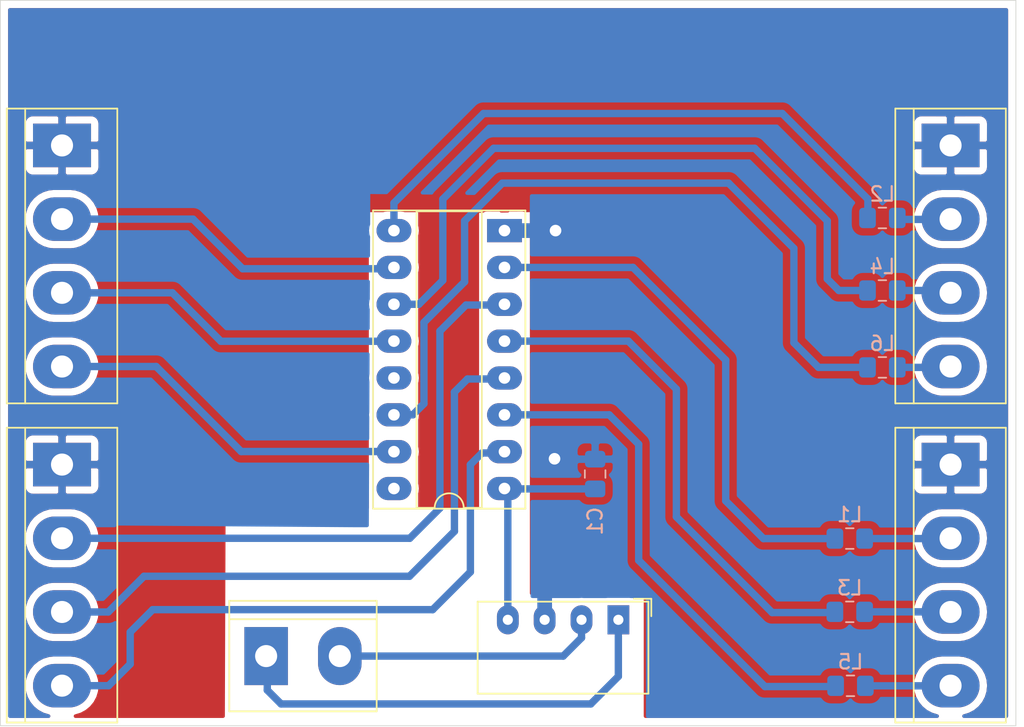
<source format=kicad_pcb>
(kicad_pcb (version 20171130) (host pcbnew 5.99.0+really5.1.10+dfsg1-1)

  (general
    (thickness 1.6)
    (drawings 16)
    (tracks 108)
    (zones 0)
    (modules 14)
    (nets 23)
  )

  (page A4)
  (layers
    (0 F.Cu signal)
    (31 B.Cu signal)
    (32 B.Adhes user)
    (33 F.Adhes user)
    (34 B.Paste user)
    (35 F.Paste user)
    (36 B.SilkS user hide)
    (37 F.SilkS user hide)
    (38 B.Mask user)
    (39 F.Mask user)
    (40 Dwgs.User user hide)
    (41 Cmts.User user)
    (42 Eco1.User user)
    (43 Eco2.User user)
    (44 Edge.Cuts user)
    (45 Margin user)
    (46 B.CrtYd user hide)
    (47 F.CrtYd user hide)
    (48 B.Fab user hide)
    (49 F.Fab user hide)
  )

  (setup
    (last_trace_width 0.508)
    (user_trace_width 0.2032)
    (user_trace_width 0.254)
    (user_trace_width 0.4064)
    (user_trace_width 0.508)
    (user_trace_width 0.6096)
    (user_trace_width 1.016)
    (trace_clearance 0.2)
    (zone_clearance 0.508)
    (zone_45_only no)
    (trace_min 0.2)
    (via_size 0.8)
    (via_drill 0.4)
    (via_min_size 0.4)
    (via_min_drill 0.3)
    (user_via 1 0.8)
    (uvia_size 0.3)
    (uvia_drill 0.1)
    (uvias_allowed no)
    (uvia_min_size 0.2)
    (uvia_min_drill 0.1)
    (edge_width 0.05)
    (segment_width 0.2)
    (pcb_text_width 0.3)
    (pcb_text_size 1.5 1.5)
    (mod_edge_width 0.12)
    (mod_text_size 1 1)
    (mod_text_width 0.15)
    (pad_size 3 4)
    (pad_drill 1.52)
    (pad_to_mask_clearance 0)
    (aux_axis_origin 50 100)
    (visible_elements FFFFFF7F)
    (pcbplotparams
      (layerselection 0x01100_ffffffff)
      (usegerberextensions false)
      (usegerberattributes true)
      (usegerberadvancedattributes true)
      (creategerberjobfile true)
      (excludeedgelayer true)
      (linewidth 0.050000)
      (plotframeref false)
      (viasonmask false)
      (mode 1)
      (useauxorigin true)
      (hpglpennumber 1)
      (hpglpenspeed 20)
      (hpglpendiameter 15.000000)
      (psnegative false)
      (psa4output false)
      (plotreference false)
      (plotvalue false)
      (plotinvisibletext false)
      (padsonsilk false)
      (subtractmaskfromsilk false)
      (outputformat 1)
      (mirror false)
      (drillshape 0)
      (scaleselection 1)
      (outputdirectory "gerber/"))
  )

  (net 0 "")
  (net 1 GND)
  (net 2 +5V)
  (net 3 XIPUL)
  (net 4 XIDIR)
  (net 5 XIENA)
  (net 6 ZIPUL)
  (net 7 ZIDIR)
  (net 8 ZIENA)
  (net 9 XOPUL)
  (net 10 XODIR)
  (net 11 XOENA)
  (net 12 ZOPUL)
  (net 13 ZODIR)
  (net 14 ZOENA)
  (net 15 VIN-)
  (net 16 VIN+)
  (net 17 "Net-(J1-Pad4)")
  (net 18 "Net-(J1-Pad3)")
  (net 19 "Net-(J1-Pad2)")
  (net 20 "Net-(J2-Pad4)")
  (net 21 "Net-(J2-Pad3)")
  (net 22 "Net-(J2-Pad2)")

  (net_class Default "This is the default net class."
    (clearance 0.2)
    (trace_width 0.25)
    (via_dia 0.8)
    (via_drill 0.4)
    (uvia_dia 0.3)
    (uvia_drill 0.1)
    (add_net +5V)
    (add_net GND)
    (add_net "Net-(J1-Pad2)")
    (add_net "Net-(J1-Pad3)")
    (add_net "Net-(J1-Pad4)")
    (add_net "Net-(J2-Pad2)")
    (add_net "Net-(J2-Pad3)")
    (add_net "Net-(J2-Pad4)")
    (add_net VIN+)
    (add_net VIN-)
    (add_net XIDIR)
    (add_net XIENA)
    (add_net XIPUL)
    (add_net XODIR)
    (add_net XOENA)
    (add_net XOPUL)
    (add_net ZIDIR)
    (add_net ZIENA)
    (add_net ZIPUL)
    (add_net ZODIR)
    (add_net ZOENA)
    (add_net ZOPUL)
  )

  (module Inductor_SMD:L_0805_2012Metric_Pad1.15x1.40mm_HandSolder (layer B.Cu) (tedit 5B36C52B) (tstamp 61837627)
    (at 110.8 75.3 180)
    (descr "Capacitor SMD 0805 (2012 Metric), square (rectangular) end terminal, IPC_7351 nominal with elongated pad for handsoldering. (Body size source: https://docs.google.com/spreadsheets/d/1BsfQQcO9C6DZCsRaXUlFlo91Tg2WpOkGARC1WS5S8t0/edit?usp=sharing), generated with kicad-footprint-generator")
    (tags "inductor handsolder")
    (path /6186E487)
    (attr smd)
    (fp_text reference L6 (at 0 1.65) (layer B.SilkS)
      (effects (font (size 1 1) (thickness 0.15)) (justify mirror))
    )
    (fp_text value Ferrite_Bead_Small (at 0 -1.65) (layer B.Fab)
      (effects (font (size 1 1) (thickness 0.15)) (justify mirror))
    )
    (fp_text user %R (at 0 0) (layer B.Fab)
      (effects (font (size 0.5 0.5) (thickness 0.08)) (justify mirror))
    )
    (fp_line (start -1 -0.6) (end -1 0.6) (layer B.Fab) (width 0.1))
    (fp_line (start -1 0.6) (end 1 0.6) (layer B.Fab) (width 0.1))
    (fp_line (start 1 0.6) (end 1 -0.6) (layer B.Fab) (width 0.1))
    (fp_line (start 1 -0.6) (end -1 -0.6) (layer B.Fab) (width 0.1))
    (fp_line (start -0.261252 0.71) (end 0.261252 0.71) (layer B.SilkS) (width 0.12))
    (fp_line (start -0.261252 -0.71) (end 0.261252 -0.71) (layer B.SilkS) (width 0.12))
    (fp_line (start -1.85 -0.95) (end -1.85 0.95) (layer B.CrtYd) (width 0.05))
    (fp_line (start -1.85 0.95) (end 1.85 0.95) (layer B.CrtYd) (width 0.05))
    (fp_line (start 1.85 0.95) (end 1.85 -0.95) (layer B.CrtYd) (width 0.05))
    (fp_line (start 1.85 -0.95) (end -1.85 -0.95) (layer B.CrtYd) (width 0.05))
    (pad 2 smd roundrect (at 1.025 0 180) (size 1.15 1.4) (layers B.Cu B.Paste B.Mask) (roundrect_rratio 0.2173904347826087)
      (net 6 ZIPUL))
    (pad 1 smd roundrect (at -1.025 0 180) (size 1.15 1.4) (layers B.Cu B.Paste B.Mask) (roundrect_rratio 0.2173904347826087)
      (net 20 "Net-(J2-Pad4)"))
    (model ${KISYS3DMOD}/Inductor_SMD.3dshapes/L_0805_2012Metric.wrl
      (at (xyz 0 0 0))
      (scale (xyz 1 1 1))
      (rotate (xyz 0 0 0))
    )
  )

  (module Inductor_SMD:L_0805_2012Metric_Pad1.15x1.40mm_HandSolder (layer B.Cu) (tedit 5B36C52B) (tstamp 61837616)
    (at 108.6 97.25 180)
    (descr "Capacitor SMD 0805 (2012 Metric), square (rectangular) end terminal, IPC_7351 nominal with elongated pad for handsoldering. (Body size source: https://docs.google.com/spreadsheets/d/1BsfQQcO9C6DZCsRaXUlFlo91Tg2WpOkGARC1WS5S8t0/edit?usp=sharing), generated with kicad-footprint-generator")
    (tags "inductor handsolder")
    (path /61858FC9)
    (attr smd)
    (fp_text reference L5 (at 0 1.65) (layer B.SilkS)
      (effects (font (size 1 1) (thickness 0.15)) (justify mirror))
    )
    (fp_text value Ferrite_Bead_Small (at 0 -1.65) (layer B.Fab)
      (effects (font (size 1 1) (thickness 0.15)) (justify mirror))
    )
    (fp_text user %R (at 0 0) (layer B.Fab)
      (effects (font (size 0.5 0.5) (thickness 0.08)) (justify mirror))
    )
    (fp_line (start -1 -0.6) (end -1 0.6) (layer B.Fab) (width 0.1))
    (fp_line (start -1 0.6) (end 1 0.6) (layer B.Fab) (width 0.1))
    (fp_line (start 1 0.6) (end 1 -0.6) (layer B.Fab) (width 0.1))
    (fp_line (start 1 -0.6) (end -1 -0.6) (layer B.Fab) (width 0.1))
    (fp_line (start -0.261252 0.71) (end 0.261252 0.71) (layer B.SilkS) (width 0.12))
    (fp_line (start -0.261252 -0.71) (end 0.261252 -0.71) (layer B.SilkS) (width 0.12))
    (fp_line (start -1.85 -0.95) (end -1.85 0.95) (layer B.CrtYd) (width 0.05))
    (fp_line (start -1.85 0.95) (end 1.85 0.95) (layer B.CrtYd) (width 0.05))
    (fp_line (start 1.85 0.95) (end 1.85 -0.95) (layer B.CrtYd) (width 0.05))
    (fp_line (start 1.85 -0.95) (end -1.85 -0.95) (layer B.CrtYd) (width 0.05))
    (pad 2 smd roundrect (at 1.025 0 180) (size 1.15 1.4) (layers B.Cu B.Paste B.Mask) (roundrect_rratio 0.2173904347826087)
      (net 5 XIENA))
    (pad 1 smd roundrect (at -1.025 0 180) (size 1.15 1.4) (layers B.Cu B.Paste B.Mask) (roundrect_rratio 0.2173904347826087)
      (net 17 "Net-(J1-Pad4)"))
    (model ${KISYS3DMOD}/Inductor_SMD.3dshapes/L_0805_2012Metric.wrl
      (at (xyz 0 0 0))
      (scale (xyz 1 1 1))
      (rotate (xyz 0 0 0))
    )
  )

  (module Inductor_SMD:L_0805_2012Metric_Pad1.15x1.40mm_HandSolder (layer B.Cu) (tedit 5B36C52B) (tstamp 61837605)
    (at 110.8 70 180)
    (descr "Capacitor SMD 0805 (2012 Metric), square (rectangular) end terminal, IPC_7351 nominal with elongated pad for handsoldering. (Body size source: https://docs.google.com/spreadsheets/d/1BsfQQcO9C6DZCsRaXUlFlo91Tg2WpOkGARC1WS5S8t0/edit?usp=sharing), generated with kicad-footprint-generator")
    (tags "inductor handsolder")
    (path /6186E47D)
    (attr smd)
    (fp_text reference L4 (at 0 1.65) (layer B.SilkS)
      (effects (font (size 1 1) (thickness 0.15)) (justify mirror))
    )
    (fp_text value Ferrite_Bead_Small (at 0 -1.65) (layer B.Fab)
      (effects (font (size 1 1) (thickness 0.15)) (justify mirror))
    )
    (fp_text user %R (at 0 0) (layer B.Fab)
      (effects (font (size 0.5 0.5) (thickness 0.08)) (justify mirror))
    )
    (fp_line (start -1 -0.6) (end -1 0.6) (layer B.Fab) (width 0.1))
    (fp_line (start -1 0.6) (end 1 0.6) (layer B.Fab) (width 0.1))
    (fp_line (start 1 0.6) (end 1 -0.6) (layer B.Fab) (width 0.1))
    (fp_line (start 1 -0.6) (end -1 -0.6) (layer B.Fab) (width 0.1))
    (fp_line (start -0.261252 0.71) (end 0.261252 0.71) (layer B.SilkS) (width 0.12))
    (fp_line (start -0.261252 -0.71) (end 0.261252 -0.71) (layer B.SilkS) (width 0.12))
    (fp_line (start -1.85 -0.95) (end -1.85 0.95) (layer B.CrtYd) (width 0.05))
    (fp_line (start -1.85 0.95) (end 1.85 0.95) (layer B.CrtYd) (width 0.05))
    (fp_line (start 1.85 0.95) (end 1.85 -0.95) (layer B.CrtYd) (width 0.05))
    (fp_line (start 1.85 -0.95) (end -1.85 -0.95) (layer B.CrtYd) (width 0.05))
    (pad 2 smd roundrect (at 1.025 0 180) (size 1.15 1.4) (layers B.Cu B.Paste B.Mask) (roundrect_rratio 0.2173904347826087)
      (net 7 ZIDIR))
    (pad 1 smd roundrect (at -1.025 0 180) (size 1.15 1.4) (layers B.Cu B.Paste B.Mask) (roundrect_rratio 0.2173904347826087)
      (net 21 "Net-(J2-Pad3)"))
    (model ${KISYS3DMOD}/Inductor_SMD.3dshapes/L_0805_2012Metric.wrl
      (at (xyz 0 0 0))
      (scale (xyz 1 1 1))
      (rotate (xyz 0 0 0))
    )
  )

  (module Inductor_SMD:L_0805_2012Metric_Pad1.15x1.40mm_HandSolder (layer B.Cu) (tedit 5B36C52B) (tstamp 618375F4)
    (at 108.55 92.15 180)
    (descr "Capacitor SMD 0805 (2012 Metric), square (rectangular) end terminal, IPC_7351 nominal with elongated pad for handsoldering. (Body size source: https://docs.google.com/spreadsheets/d/1BsfQQcO9C6DZCsRaXUlFlo91Tg2WpOkGARC1WS5S8t0/edit?usp=sharing), generated with kicad-footprint-generator")
    (tags "inductor handsolder")
    (path /61858B0C)
    (attr smd)
    (fp_text reference L3 (at 0 1.65) (layer B.SilkS)
      (effects (font (size 1 1) (thickness 0.15)) (justify mirror))
    )
    (fp_text value Ferrite_Bead_Small (at 0 -1.65) (layer B.Fab)
      (effects (font (size 1 1) (thickness 0.15)) (justify mirror))
    )
    (fp_text user %R (at 0 0) (layer B.Fab)
      (effects (font (size 0.5 0.5) (thickness 0.08)) (justify mirror))
    )
    (fp_line (start -1 -0.6) (end -1 0.6) (layer B.Fab) (width 0.1))
    (fp_line (start -1 0.6) (end 1 0.6) (layer B.Fab) (width 0.1))
    (fp_line (start 1 0.6) (end 1 -0.6) (layer B.Fab) (width 0.1))
    (fp_line (start 1 -0.6) (end -1 -0.6) (layer B.Fab) (width 0.1))
    (fp_line (start -0.261252 0.71) (end 0.261252 0.71) (layer B.SilkS) (width 0.12))
    (fp_line (start -0.261252 -0.71) (end 0.261252 -0.71) (layer B.SilkS) (width 0.12))
    (fp_line (start -1.85 -0.95) (end -1.85 0.95) (layer B.CrtYd) (width 0.05))
    (fp_line (start -1.85 0.95) (end 1.85 0.95) (layer B.CrtYd) (width 0.05))
    (fp_line (start 1.85 0.95) (end 1.85 -0.95) (layer B.CrtYd) (width 0.05))
    (fp_line (start 1.85 -0.95) (end -1.85 -0.95) (layer B.CrtYd) (width 0.05))
    (pad 2 smd roundrect (at 1.025 0 180) (size 1.15 1.4) (layers B.Cu B.Paste B.Mask) (roundrect_rratio 0.2173904347826087)
      (net 4 XIDIR))
    (pad 1 smd roundrect (at -1.025 0 180) (size 1.15 1.4) (layers B.Cu B.Paste B.Mask) (roundrect_rratio 0.2173904347826087)
      (net 18 "Net-(J1-Pad3)"))
    (model ${KISYS3DMOD}/Inductor_SMD.3dshapes/L_0805_2012Metric.wrl
      (at (xyz 0 0 0))
      (scale (xyz 1 1 1))
      (rotate (xyz 0 0 0))
    )
  )

  (module Inductor_SMD:L_0805_2012Metric_Pad1.15x1.40mm_HandSolder (layer B.Cu) (tedit 5B36C52B) (tstamp 618375E3)
    (at 110.8 65 180)
    (descr "Capacitor SMD 0805 (2012 Metric), square (rectangular) end terminal, IPC_7351 nominal with elongated pad for handsoldering. (Body size source: https://docs.google.com/spreadsheets/d/1BsfQQcO9C6DZCsRaXUlFlo91Tg2WpOkGARC1WS5S8t0/edit?usp=sharing), generated with kicad-footprint-generator")
    (tags "inductor handsolder")
    (path /6186E471)
    (attr smd)
    (fp_text reference L2 (at 0 1.65) (layer B.SilkS)
      (effects (font (size 1 1) (thickness 0.15)) (justify mirror))
    )
    (fp_text value Ferrite_Bead_Small (at 0 -1.65) (layer B.Fab)
      (effects (font (size 1 1) (thickness 0.15)) (justify mirror))
    )
    (fp_text user %R (at 0 0) (layer B.Fab)
      (effects (font (size 0.5 0.5) (thickness 0.08)) (justify mirror))
    )
    (fp_line (start -1 -0.6) (end -1 0.6) (layer B.Fab) (width 0.1))
    (fp_line (start -1 0.6) (end 1 0.6) (layer B.Fab) (width 0.1))
    (fp_line (start 1 0.6) (end 1 -0.6) (layer B.Fab) (width 0.1))
    (fp_line (start 1 -0.6) (end -1 -0.6) (layer B.Fab) (width 0.1))
    (fp_line (start -0.261252 0.71) (end 0.261252 0.71) (layer B.SilkS) (width 0.12))
    (fp_line (start -0.261252 -0.71) (end 0.261252 -0.71) (layer B.SilkS) (width 0.12))
    (fp_line (start -1.85 -0.95) (end -1.85 0.95) (layer B.CrtYd) (width 0.05))
    (fp_line (start -1.85 0.95) (end 1.85 0.95) (layer B.CrtYd) (width 0.05))
    (fp_line (start 1.85 0.95) (end 1.85 -0.95) (layer B.CrtYd) (width 0.05))
    (fp_line (start 1.85 -0.95) (end -1.85 -0.95) (layer B.CrtYd) (width 0.05))
    (pad 2 smd roundrect (at 1.025 0 180) (size 1.15 1.4) (layers B.Cu B.Paste B.Mask) (roundrect_rratio 0.2173904347826087)
      (net 8 ZIENA))
    (pad 1 smd roundrect (at -1.025 0 180) (size 1.15 1.4) (layers B.Cu B.Paste B.Mask) (roundrect_rratio 0.2173904347826087)
      (net 22 "Net-(J2-Pad2)"))
    (model ${KISYS3DMOD}/Inductor_SMD.3dshapes/L_0805_2012Metric.wrl
      (at (xyz 0 0 0))
      (scale (xyz 1 1 1))
      (rotate (xyz 0 0 0))
    )
  )

  (module Inductor_SMD:L_0805_2012Metric_Pad1.15x1.40mm_HandSolder (layer B.Cu) (tedit 5B36C52B) (tstamp 618375D2)
    (at 108.55 87.1 180)
    (descr "Capacitor SMD 0805 (2012 Metric), square (rectangular) end terminal, IPC_7351 nominal with elongated pad for handsoldering. (Body size source: https://docs.google.com/spreadsheets/d/1BsfQQcO9C6DZCsRaXUlFlo91Tg2WpOkGARC1WS5S8t0/edit?usp=sharing), generated with kicad-footprint-generator")
    (tags "inductor handsolder")
    (path /61833F0F)
    (attr smd)
    (fp_text reference L1 (at 0 1.65) (layer B.SilkS)
      (effects (font (size 1 1) (thickness 0.15)) (justify mirror))
    )
    (fp_text value Ferrite_Bead_Small (at 0 -1.65) (layer B.Fab)
      (effects (font (size 1 1) (thickness 0.15)) (justify mirror))
    )
    (fp_text user %R (at 0 0) (layer B.Fab)
      (effects (font (size 0.5 0.5) (thickness 0.08)) (justify mirror))
    )
    (fp_line (start -1 -0.6) (end -1 0.6) (layer B.Fab) (width 0.1))
    (fp_line (start -1 0.6) (end 1 0.6) (layer B.Fab) (width 0.1))
    (fp_line (start 1 0.6) (end 1 -0.6) (layer B.Fab) (width 0.1))
    (fp_line (start 1 -0.6) (end -1 -0.6) (layer B.Fab) (width 0.1))
    (fp_line (start -0.261252 0.71) (end 0.261252 0.71) (layer B.SilkS) (width 0.12))
    (fp_line (start -0.261252 -0.71) (end 0.261252 -0.71) (layer B.SilkS) (width 0.12))
    (fp_line (start -1.85 -0.95) (end -1.85 0.95) (layer B.CrtYd) (width 0.05))
    (fp_line (start -1.85 0.95) (end 1.85 0.95) (layer B.CrtYd) (width 0.05))
    (fp_line (start 1.85 0.95) (end 1.85 -0.95) (layer B.CrtYd) (width 0.05))
    (fp_line (start 1.85 -0.95) (end -1.85 -0.95) (layer B.CrtYd) (width 0.05))
    (pad 2 smd roundrect (at 1.025 0 180) (size 1.15 1.4) (layers B.Cu B.Paste B.Mask) (roundrect_rratio 0.2173904347826087)
      (net 3 XIPUL))
    (pad 1 smd roundrect (at -1.025 0 180) (size 1.15 1.4) (layers B.Cu B.Paste B.Mask) (roundrect_rratio 0.2173904347826087)
      (net 19 "Net-(J1-Pad2)"))
    (model ${KISYS3DMOD}/Inductor_SMD.3dshapes/L_0805_2012Metric.wrl
      (at (xyz 0 0 0))
      (scale (xyz 1 1 1))
      (rotate (xyz 0 0 0))
    )
  )

  (module Converter_DCDC:Converter_DCDC_muRata_CRE1xxxxxxSC_THT (layer F.Cu) (tedit 59FDE96B) (tstamp 6181456C)
    (at 92.6 92.7 270)
    (descr http://power.murata.com/data/power/ncl/kdc_cre1.pdf)
    (tags "murata dc-dc transformer")
    (path /61817103)
    (fp_text reference U2 (at -0.7 -3.9 270) (layer F.SilkS) hide
      (effects (font (size 1 1) (thickness 0.15)))
    )
    (fp_text value CRE1S0505SC (at 1.75 -5.75 90) (layer F.Fab)
      (effects (font (size 1 1) (thickness 0.15)))
    )
    (fp_line (start 5.09 -2.07) (end 5.09 9.7) (layer F.SilkS) (width 0.12))
    (fp_line (start 5.09 -2.07) (end -1.25 -2.07) (layer F.SilkS) (width 0.12))
    (fp_line (start -1.25 -2.07) (end -1.25 9.7) (layer F.SilkS) (width 0.12))
    (fp_line (start 5.09 9.7) (end -1.25 9.7) (layer F.SilkS) (width 0.12))
    (fp_line (start 4.97 -1.95) (end 4.97 9.58) (layer F.Fab) (width 0.1))
    (fp_line (start -0.13 -1.95) (end -1.13 -0.95) (layer F.Fab) (width 0.1))
    (fp_line (start -0.13 -1.95) (end 4.97 -1.95) (layer F.Fab) (width 0.1))
    (fp_line (start -1.13 -0.95) (end -1.13 9.58) (layer F.Fab) (width 0.1))
    (fp_line (start -1.13 9.58) (end 4.97 9.58) (layer F.Fab) (width 0.1))
    (fp_line (start 5.22 -2.2) (end 5.22 9.83) (layer F.CrtYd) (width 0.05))
    (fp_line (start 5.22 -2.2) (end -1.38 -2.2) (layer F.CrtYd) (width 0.05))
    (fp_line (start -1.38 -2.2) (end -1.38 9.83) (layer F.CrtYd) (width 0.05))
    (fp_line (start 5.22 9.83) (end -1.38 9.83) (layer F.CrtYd) (width 0.05))
    (fp_line (start -0.25 -2.27) (end -1.45 -2.27) (layer F.SilkS) (width 0.12))
    (fp_line (start -1.45 -2.27) (end -1.45 -1.07) (layer F.SilkS) (width 0.12))
    (fp_text user %R (at 2.794 3.556 180) (layer F.Fab)
      (effects (font (size 1 1) (thickness 0.15)))
    )
    (pad 1 thru_hole rect (at 0 0 180) (size 1.5 2) (drill 0.7) (layers *.Cu *.Mask)
      (net 15 VIN-))
    (pad 2 thru_hole oval (at 0 2.54 180) (size 1.5 2) (drill 0.7) (layers *.Cu *.Mask)
      (net 16 VIN+))
    (pad 3 thru_hole oval (at 0 5.08 180) (size 1.5 2) (drill 0.7) (layers *.Cu *.Mask)
      (net 1 GND))
    (pad 4 thru_hole oval (at 0 7.62 180) (size 1.5 2) (drill 0.7) (layers *.Cu *.Mask)
      (net 2 +5V))
    (model ${KISYS3DMOD}/Converter_DCDC.3dshapes/Converter_DCDC_muRata_CRE1xxxxxxSC_THT.wrl
      (at (xyz 0 0 0))
      (scale (xyz 1 1 1))
      (rotate (xyz 0 0 0))
    )
  )

  (module Package_DIP:DIP-16_W7.62mm_Socket_LongPads (layer F.Cu) (tedit 618114D9) (tstamp 61815D2F)
    (at 84.75 83.65 180)
    (descr "16-lead though-hole mounted DIP package, row spacing 7.62 mm (300 mils), Socket, LongPads")
    (tags "THT DIP DIL PDIP 2.54mm 7.62mm 300mil Socket LongPads")
    (path /6180FFA0)
    (fp_text reference U1 (at 3.75 8.65) (layer F.SilkS) hide
      (effects (font (size 1 1) (thickness 0.15)))
    )
    (fp_text value 4050 (at 3.81 20.11) (layer F.Fab)
      (effects (font (size 1 1) (thickness 0.15)))
    )
    (fp_line (start 1.635 -1.27) (end 6.985 -1.27) (layer F.Fab) (width 0.1))
    (fp_line (start 6.985 -1.27) (end 6.985 19.05) (layer F.Fab) (width 0.1))
    (fp_line (start 6.985 19.05) (end 0.635 19.05) (layer F.Fab) (width 0.1))
    (fp_line (start 0.635 19.05) (end 0.635 -0.27) (layer F.Fab) (width 0.1))
    (fp_line (start 0.635 -0.27) (end 1.635 -1.27) (layer F.Fab) (width 0.1))
    (fp_line (start -1.27 -1.33) (end -1.27 19.11) (layer F.Fab) (width 0.1))
    (fp_line (start -1.27 19.11) (end 8.89 19.11) (layer F.Fab) (width 0.1))
    (fp_line (start 8.89 19.11) (end 8.89 -1.33) (layer F.Fab) (width 0.1))
    (fp_line (start 8.89 -1.33) (end -1.27 -1.33) (layer F.Fab) (width 0.1))
    (fp_line (start 2.81 -1.33) (end 1.56 -1.33) (layer F.SilkS) (width 0.12))
    (fp_line (start 1.56 -1.33) (end 1.56 19.11) (layer F.SilkS) (width 0.12))
    (fp_line (start 1.56 19.11) (end 6.06 19.11) (layer F.SilkS) (width 0.12))
    (fp_line (start 6.06 19.11) (end 6.06 -1.33) (layer F.SilkS) (width 0.12))
    (fp_line (start 6.06 -1.33) (end 4.81 -1.33) (layer F.SilkS) (width 0.12))
    (fp_line (start -1.44 -1.39) (end -1.44 19.17) (layer F.SilkS) (width 0.12))
    (fp_line (start -1.44 19.17) (end 9.06 19.17) (layer F.SilkS) (width 0.12))
    (fp_line (start 9.06 19.17) (end 9.06 -1.39) (layer F.SilkS) (width 0.12))
    (fp_line (start 9.06 -1.39) (end -1.44 -1.39) (layer F.SilkS) (width 0.12))
    (fp_line (start -1.55 -1.6) (end -1.55 19.4) (layer F.CrtYd) (width 0.05))
    (fp_line (start -1.55 19.4) (end 9.15 19.4) (layer F.CrtYd) (width 0.05))
    (fp_line (start 9.15 19.4) (end 9.15 -1.6) (layer F.CrtYd) (width 0.05))
    (fp_line (start 9.15 -1.6) (end -1.55 -1.6) (layer F.CrtYd) (width 0.05))
    (fp_text user %R (at 3.81 8.89) (layer F.Fab)
      (effects (font (size 1 1) (thickness 0.15)))
    )
    (fp_arc (start 3.81 -1.33) (end 2.81 -1.33) (angle -180) (layer F.SilkS) (width 0.12))
    (pad 16 thru_hole oval (at 7.62 0 180) (size 2.4 1.6) (drill 0.8) (layers *.Cu *.Mask))
    (pad 8 thru_hole rect (at 0 17.78 180) (size 2.4 1.6) (drill 0.8) (layers *.Cu *.Mask)
      (net 1 GND))
    (pad 15 thru_hole oval (at 7.62 2.54 180) (size 2.4 1.6) (drill 0.8) (layers *.Cu *.Mask)
      (net 12 ZOPUL))
    (pad 7 thru_hole oval (at 0 15.24 180) (size 2.4 1.6) (drill 0.8) (layers *.Cu *.Mask)
      (net 3 XIPUL))
    (pad 14 thru_hole oval (at 7.62 5.08 180) (size 2.4 1.6) (drill 0.8) (layers *.Cu *.Mask)
      (net 6 ZIPUL))
    (pad 6 thru_hole oval (at 0 12.7 180) (size 2.4 1.6) (drill 0.8) (layers *.Cu *.Mask)
      (net 9 XOPUL))
    (pad 13 thru_hole oval (at 7.62 7.62 180) (size 2.4 1.6) (drill 0.8) (layers *.Cu *.Mask))
    (pad 5 thru_hole oval (at 0 10.16 180) (size 2.4 1.6) (drill 0.8) (layers *.Cu *.Mask)
      (net 4 XIDIR))
    (pad 12 thru_hole oval (at 7.62 10.16 180) (size 2.4 1.6) (drill 0.8) (layers *.Cu *.Mask)
      (net 13 ZODIR))
    (pad 4 thru_hole oval (at 0 7.62 180) (size 2.4 1.6) (drill 0.8) (layers *.Cu *.Mask)
      (net 10 XODIR))
    (pad 11 thru_hole oval (at 7.62 12.7 180) (size 2.4 1.6) (drill 0.8) (layers *.Cu *.Mask)
      (net 7 ZIDIR))
    (pad 3 thru_hole oval (at 0 5.08 180) (size 2.4 1.6) (drill 0.8) (layers *.Cu *.Mask)
      (net 5 XIENA))
    (pad 10 thru_hole oval (at 7.62 15.24 180) (size 2.4 1.6) (drill 0.8) (layers *.Cu *.Mask)
      (net 14 ZOENA))
    (pad 2 thru_hole oval (at 0 2.54 180) (size 2.4 1.6) (drill 0.8) (layers *.Cu *.Mask)
      (net 11 XOENA))
    (pad 9 thru_hole oval (at 7.62 17.78 180) (size 2.4 1.6) (drill 0.8) (layers *.Cu *.Mask)
      (net 8 ZIENA))
    (pad 1 thru_hole oval (at 0 0 180) (size 2.4 1.6) (drill 0.8) (layers *.Cu *.Mask)
      (net 2 +5V))
    (model ${KISYS3DMOD}/Package_DIP.3dshapes/DIP-16_W7.62mm_Socket.wrl
      (at (xyz 0 0 0))
      (scale (xyz 1 1 1))
      (rotate (xyz 0 0 0))
    )
  )

  (module TerminalBlock:TerminalBlock_bornier-2_P5.08mm (layer F.Cu) (tedit 61811544) (tstamp 61814528)
    (at 73.4 95.2 180)
    (descr "simple 2-pin terminal block, pitch 5.08mm, revamped version of bornier2")
    (tags "terminal block bornier2")
    (path /618C6E7E)
    (fp_text reference J5 (at -4.1 3.2 90) (layer F.SilkS) hide
      (effects (font (size 1 1) (thickness 0.15)))
    )
    (fp_text value Conn_01x02_Female (at 2.54 5.08) (layer F.Fab)
      (effects (font (size 1 1) (thickness 0.15)))
    )
    (fp_line (start -2.41 2.55) (end 7.49 2.55) (layer F.Fab) (width 0.1))
    (fp_line (start -2.46 -3.75) (end -2.46 3.75) (layer F.Fab) (width 0.1))
    (fp_line (start -2.46 3.75) (end 7.54 3.75) (layer F.Fab) (width 0.1))
    (fp_line (start 7.54 3.75) (end 7.54 -3.75) (layer F.Fab) (width 0.1))
    (fp_line (start 7.54 -3.75) (end -2.46 -3.75) (layer F.Fab) (width 0.1))
    (fp_line (start 7.62 2.54) (end -2.54 2.54) (layer F.SilkS) (width 0.12))
    (fp_line (start 7.62 3.81) (end 7.62 -3.81) (layer F.SilkS) (width 0.12))
    (fp_line (start 7.62 -3.81) (end -2.54 -3.81) (layer F.SilkS) (width 0.12))
    (fp_line (start -2.54 -3.81) (end -2.54 3.81) (layer F.SilkS) (width 0.12))
    (fp_line (start -2.54 3.81) (end 7.62 3.81) (layer F.SilkS) (width 0.12))
    (fp_line (start -2.71 -4) (end 7.79 -4) (layer F.CrtYd) (width 0.05))
    (fp_line (start -2.71 -4) (end -2.71 4) (layer F.CrtYd) (width 0.05))
    (fp_line (start 7.79 4) (end 7.79 -4) (layer F.CrtYd) (width 0.05))
    (fp_line (start 7.79 4) (end -2.71 4) (layer F.CrtYd) (width 0.05))
    (fp_text user %R (at 2.54 0) (layer F.Fab)
      (effects (font (size 1 1) (thickness 0.15)))
    )
    (pad 2 thru_hole rect (at 5.08 0 180) (size 3 4) (drill 1.52) (layers *.Cu *.Mask)
      (net 15 VIN-))
    (pad 1 thru_hole oval (at 0 0 180) (size 3 4) (drill 1.52) (layers *.Cu *.Mask)
      (net 16 VIN+))
    (model ${KISYS3DMOD}/TerminalBlock_Phoenix.3dshapes/TerminalBlock_Phoenix_MKDS-1,5-2-5.08_1x02_P5.08mm_Horizontal.wrl
      (at (xyz 0 0 0))
      (scale (xyz 1 1 1))
      (rotate (xyz 0 0 0))
    )
  )

  (module TerminalBlock:TerminalBlock_bornier-4_P5.08mm (layer F.Cu) (tedit 61811599) (tstamp 61814513)
    (at 54.25 60 270)
    (descr "simple 4-pin terminal block, pitch 5.08mm, revamped version of bornier4")
    (tags "terminal block bornier4")
    (path /6181AD8F)
    (fp_text reference J4 (at 7.6 -4.8 90) (layer F.SilkS) hide
      (effects (font (size 1 1) (thickness 0.15)))
    )
    (fp_text value ZOUTPUT (at 7.6 4.75 90) (layer F.Fab) hide
      (effects (font (size 1 1) (thickness 0.15)))
    )
    (fp_line (start -2.48 2.55) (end 17.72 2.55) (layer F.Fab) (width 0.1))
    (fp_line (start -2.43 3.75) (end -2.48 3.75) (layer F.Fab) (width 0.1))
    (fp_line (start -2.48 3.75) (end -2.48 -3.75) (layer F.Fab) (width 0.1))
    (fp_line (start -2.48 -3.75) (end 17.72 -3.75) (layer F.Fab) (width 0.1))
    (fp_line (start 17.72 -3.75) (end 17.72 3.75) (layer F.Fab) (width 0.1))
    (fp_line (start 17.72 3.75) (end -2.43 3.75) (layer F.Fab) (width 0.1))
    (fp_line (start -2.54 -3.81) (end -2.54 3.81) (layer F.SilkS) (width 0.12))
    (fp_line (start 17.78 3.81) (end 17.78 -3.81) (layer F.SilkS) (width 0.12))
    (fp_line (start 17.78 2.54) (end -2.54 2.54) (layer F.SilkS) (width 0.12))
    (fp_line (start -2.54 -3.81) (end 17.78 -3.81) (layer F.SilkS) (width 0.12))
    (fp_line (start -2.54 3.81) (end 17.78 3.81) (layer F.SilkS) (width 0.12))
    (fp_line (start -2.73 -4) (end 17.97 -4) (layer F.CrtYd) (width 0.05))
    (fp_line (start -2.73 -4) (end -2.73 4) (layer F.CrtYd) (width 0.05))
    (fp_line (start 17.97 4) (end 17.97 -4) (layer F.CrtYd) (width 0.05))
    (fp_line (start 17.97 4) (end -2.73 4) (layer F.CrtYd) (width 0.05))
    (fp_text user %R (at 7.62 0 90) (layer F.Fab)
      (effects (font (size 1 1) (thickness 0.15)))
    )
    (pad 4 thru_hole oval (at 15.24 0 270) (size 3 4) (drill 1.52) (layers *.Cu *.Mask)
      (net 12 ZOPUL))
    (pad 1 thru_hole rect (at 0 0 270) (size 3 4) (drill 1.52) (layers *.Cu *.Mask)
      (net 1 GND))
    (pad 3 thru_hole oval (at 10.16 0 270) (size 3 4) (drill 1.52) (layers *.Cu *.Mask)
      (net 13 ZODIR))
    (pad 2 thru_hole oval (at 5.08 0 270) (size 3 4) (drill 1.52) (layers *.Cu *.Mask)
      (net 14 ZOENA))
    (model ${KISYS3DMOD}/TerminalBlock_Phoenix.3dshapes/TerminalBlock_Phoenix_MKDS-1,5-4-5.08_1x04_P5.08mm_Horizontal.wrl
      (at (xyz 0 0 0))
      (scale (xyz 1 1 1))
      (rotate (xyz 0 0 0))
    )
  )

  (module TerminalBlock:TerminalBlock_bornier-4_P5.08mm (layer F.Cu) (tedit 61811574) (tstamp 618144FB)
    (at 54.25 82 270)
    (descr "simple 4-pin terminal block, pitch 5.08mm, revamped version of bornier4")
    (tags "terminal block bornier4")
    (path /6181A07D)
    (fp_text reference J3 (at 7.6 -4.8 90) (layer F.SilkS) hide
      (effects (font (size 1 1) (thickness 0.15)))
    )
    (fp_text value XOUTPUT (at 7.6 4.75 90) (layer F.Fab) hide
      (effects (font (size 1 1) (thickness 0.15)))
    )
    (fp_line (start -2.48 2.55) (end 17.72 2.55) (layer F.Fab) (width 0.1))
    (fp_line (start -2.43 3.75) (end -2.48 3.75) (layer F.Fab) (width 0.1))
    (fp_line (start -2.48 3.75) (end -2.48 -3.75) (layer F.Fab) (width 0.1))
    (fp_line (start -2.48 -3.75) (end 17.72 -3.75) (layer F.Fab) (width 0.1))
    (fp_line (start 17.72 -3.75) (end 17.72 3.75) (layer F.Fab) (width 0.1))
    (fp_line (start 17.72 3.75) (end -2.43 3.75) (layer F.Fab) (width 0.1))
    (fp_line (start -2.54 -3.81) (end -2.54 3.81) (layer F.SilkS) (width 0.12))
    (fp_line (start 17.78 3.81) (end 17.78 -3.81) (layer F.SilkS) (width 0.12))
    (fp_line (start 17.78 2.54) (end -2.54 2.54) (layer F.SilkS) (width 0.12))
    (fp_line (start -2.54 -3.81) (end 17.78 -3.81) (layer F.SilkS) (width 0.12))
    (fp_line (start -2.54 3.81) (end 17.78 3.81) (layer F.SilkS) (width 0.12))
    (fp_line (start -2.73 -4) (end 17.97 -4) (layer F.CrtYd) (width 0.05))
    (fp_line (start -2.73 -4) (end -2.73 4) (layer F.CrtYd) (width 0.05))
    (fp_line (start 17.97 4) (end 17.97 -4) (layer F.CrtYd) (width 0.05))
    (fp_line (start 17.97 4) (end -2.73 4) (layer F.CrtYd) (width 0.05))
    (fp_text user %R (at 7.62 0 90) (layer F.Fab)
      (effects (font (size 1 1) (thickness 0.15)))
    )
    (pad 4 thru_hole oval (at 15.24 0 270) (size 3 4) (drill 1.52) (layers *.Cu *.Mask)
      (net 11 XOENA))
    (pad 1 thru_hole rect (at 0 0 270) (size 3 4) (drill 1.52) (layers *.Cu *.Mask)
      (net 1 GND))
    (pad 3 thru_hole oval (at 10.16 0 270) (size 3 4) (drill 1.52) (layers *.Cu *.Mask)
      (net 10 XODIR))
    (pad 2 thru_hole oval (at 5.08 0 270) (size 3 4) (drill 1.52) (layers *.Cu *.Mask)
      (net 9 XOPUL))
    (model ${KISYS3DMOD}/TerminalBlock_Phoenix.3dshapes/TerminalBlock_Phoenix_MKDS-1,5-4-5.08_1x04_P5.08mm_Horizontal.wrl
      (at (xyz 0 0 0))
      (scale (xyz 1 1 1))
      (rotate (xyz 0 0 0))
    )
  )

  (module TerminalBlock:TerminalBlock_bornier-4_P5.08mm (layer F.Cu) (tedit 618115B4) (tstamp 618144E3)
    (at 115.5 60 270)
    (descr "simple 4-pin terminal block, pitch 5.08mm, revamped version of bornier4")
    (tags "terminal block bornier4")
    (path /618196D7)
    (fp_text reference J2 (at 7.6 -4.8 90) (layer F.SilkS) hide
      (effects (font (size 1 1) (thickness 0.15)))
    )
    (fp_text value ZINPUT (at 7.6 4.75 90) (layer F.Fab) hide
      (effects (font (size 1 1) (thickness 0.15)))
    )
    (fp_line (start -2.48 2.55) (end 17.72 2.55) (layer F.Fab) (width 0.1))
    (fp_line (start -2.43 3.75) (end -2.48 3.75) (layer F.Fab) (width 0.1))
    (fp_line (start -2.48 3.75) (end -2.48 -3.75) (layer F.Fab) (width 0.1))
    (fp_line (start -2.48 -3.75) (end 17.72 -3.75) (layer F.Fab) (width 0.1))
    (fp_line (start 17.72 -3.75) (end 17.72 3.75) (layer F.Fab) (width 0.1))
    (fp_line (start 17.72 3.75) (end -2.43 3.75) (layer F.Fab) (width 0.1))
    (fp_line (start -2.54 -3.81) (end -2.54 3.81) (layer F.SilkS) (width 0.12))
    (fp_line (start 17.78 3.81) (end 17.78 -3.81) (layer F.SilkS) (width 0.12))
    (fp_line (start 17.78 2.54) (end -2.54 2.54) (layer F.SilkS) (width 0.12))
    (fp_line (start -2.54 -3.81) (end 17.78 -3.81) (layer F.SilkS) (width 0.12))
    (fp_line (start -2.54 3.81) (end 17.78 3.81) (layer F.SilkS) (width 0.12))
    (fp_line (start -2.73 -4) (end 17.97 -4) (layer F.CrtYd) (width 0.05))
    (fp_line (start -2.73 -4) (end -2.73 4) (layer F.CrtYd) (width 0.05))
    (fp_line (start 17.97 4) (end 17.97 -4) (layer F.CrtYd) (width 0.05))
    (fp_line (start 17.97 4) (end -2.73 4) (layer F.CrtYd) (width 0.05))
    (fp_text user %R (at 7.62 0 90) (layer F.Fab)
      (effects (font (size 1 1) (thickness 0.15)))
    )
    (pad 4 thru_hole oval (at 15.24 0 270) (size 3 4) (drill 1.52) (layers *.Cu *.Mask)
      (net 20 "Net-(J2-Pad4)"))
    (pad 1 thru_hole rect (at 0 0 270) (size 3 4) (drill 1.52) (layers *.Cu *.Mask)
      (net 1 GND))
    (pad 3 thru_hole oval (at 10.16 0 270) (size 3 4) (drill 1.52) (layers *.Cu *.Mask)
      (net 21 "Net-(J2-Pad3)"))
    (pad 2 thru_hole oval (at 5.08 0 270) (size 3 4) (drill 1.52) (layers *.Cu *.Mask)
      (net 22 "Net-(J2-Pad2)"))
    (model ${KISYS3DMOD}/TerminalBlock_Phoenix.3dshapes/TerminalBlock_Phoenix_MKDS-1,5-4-5.08_1x04_P5.08mm_Horizontal.wrl
      (at (xyz 0 0 0))
      (scale (xyz 1 1 1))
      (rotate (xyz 0 0 0))
    )
  )

  (module TerminalBlock:TerminalBlock_bornier-4_P5.08mm (layer F.Cu) (tedit 618115CB) (tstamp 618144CB)
    (at 115.5 82 270)
    (descr "simple 4-pin terminal block, pitch 5.08mm, revamped version of bornier4")
    (tags "terminal block bornier4")
    (path /61818B84)
    (fp_text reference J1 (at 7.6 -4.8 90) (layer F.SilkS) hide
      (effects (font (size 1 1) (thickness 0.15)))
    )
    (fp_text value XINPUT (at 7.6 4.75 90) (layer F.Fab) hide
      (effects (font (size 1 1) (thickness 0.15)))
    )
    (fp_line (start -2.48 2.55) (end 17.72 2.55) (layer F.Fab) (width 0.1))
    (fp_line (start -2.43 3.75) (end -2.48 3.75) (layer F.Fab) (width 0.1))
    (fp_line (start -2.48 3.75) (end -2.48 -3.75) (layer F.Fab) (width 0.1))
    (fp_line (start -2.48 -3.75) (end 17.72 -3.75) (layer F.Fab) (width 0.1))
    (fp_line (start 17.72 -3.75) (end 17.72 3.75) (layer F.Fab) (width 0.1))
    (fp_line (start 17.72 3.75) (end -2.43 3.75) (layer F.Fab) (width 0.1))
    (fp_line (start -2.54 -3.81) (end -2.54 3.81) (layer F.SilkS) (width 0.12))
    (fp_line (start 17.78 3.81) (end 17.78 -3.81) (layer F.SilkS) (width 0.12))
    (fp_line (start 17.78 2.54) (end -2.54 2.54) (layer F.SilkS) (width 0.12))
    (fp_line (start -2.54 -3.81) (end 17.78 -3.81) (layer F.SilkS) (width 0.12))
    (fp_line (start -2.54 3.81) (end 17.78 3.81) (layer F.SilkS) (width 0.12))
    (fp_line (start -2.73 -4) (end 17.97 -4) (layer F.CrtYd) (width 0.05))
    (fp_line (start -2.73 -4) (end -2.73 4) (layer F.CrtYd) (width 0.05))
    (fp_line (start 17.97 4) (end 17.97 -4) (layer F.CrtYd) (width 0.05))
    (fp_line (start 17.97 4) (end -2.73 4) (layer F.CrtYd) (width 0.05))
    (fp_text user %R (at 7.62 0 90) (layer F.Fab)
      (effects (font (size 1 1) (thickness 0.15)))
    )
    (pad 4 thru_hole oval (at 15.24 0 270) (size 3 4) (drill 1.52) (layers *.Cu *.Mask)
      (net 17 "Net-(J1-Pad4)"))
    (pad 1 thru_hole rect (at 0 0 270) (size 3 4) (drill 1.52) (layers *.Cu *.Mask)
      (net 1 GND))
    (pad 3 thru_hole oval (at 10.16 0 270) (size 3 4) (drill 1.52) (layers *.Cu *.Mask)
      (net 18 "Net-(J1-Pad3)"))
    (pad 2 thru_hole oval (at 5.08 0 270) (size 3 4) (drill 1.52) (layers *.Cu *.Mask)
      (net 19 "Net-(J1-Pad2)"))
    (model ${KISYS3DMOD}/TerminalBlock_Phoenix.3dshapes/TerminalBlock_Phoenix_MKDS-1,5-4-5.08_1x04_P5.08mm_Horizontal.wrl
      (at (xyz 0 0 0))
      (scale (xyz 1 1 1))
      (rotate (xyz 0 0 0))
    )
  )

  (module Capacitor_SMD:C_0805_2012Metric_Pad1.15x1.40mm_HandSolder (layer B.Cu) (tedit 5B36C52B) (tstamp 61815CE4)
    (at 91 82.65 90)
    (descr "Capacitor SMD 0805 (2012 Metric), square (rectangular) end terminal, IPC_7351 nominal with elongated pad for handsoldering. (Body size source: https://docs.google.com/spreadsheets/d/1BsfQQcO9C6DZCsRaXUlFlo91Tg2WpOkGARC1WS5S8t0/edit?usp=sharing), generated with kicad-footprint-generator")
    (tags "capacitor handsolder")
    (path /6185F3C6)
    (attr smd)
    (fp_text reference C1 (at -3.25 0 270) (layer B.SilkS)
      (effects (font (size 1 1) (thickness 0.15)) (justify mirror))
    )
    (fp_text value 10uF (at 0 -1.65 270) (layer B.Fab)
      (effects (font (size 1 1) (thickness 0.15)) (justify mirror))
    )
    (fp_line (start -1 -0.6) (end -1 0.6) (layer B.Fab) (width 0.1))
    (fp_line (start -1 0.6) (end 1 0.6) (layer B.Fab) (width 0.1))
    (fp_line (start 1 0.6) (end 1 -0.6) (layer B.Fab) (width 0.1))
    (fp_line (start 1 -0.6) (end -1 -0.6) (layer B.Fab) (width 0.1))
    (fp_line (start -0.261252 0.71) (end 0.261252 0.71) (layer B.SilkS) (width 0.12))
    (fp_line (start -0.261252 -0.71) (end 0.261252 -0.71) (layer B.SilkS) (width 0.12))
    (fp_line (start -1.85 -0.95) (end -1.85 0.95) (layer B.CrtYd) (width 0.05))
    (fp_line (start -1.85 0.95) (end 1.85 0.95) (layer B.CrtYd) (width 0.05))
    (fp_line (start 1.85 0.95) (end 1.85 -0.95) (layer B.CrtYd) (width 0.05))
    (fp_line (start 1.85 -0.95) (end -1.85 -0.95) (layer B.CrtYd) (width 0.05))
    (fp_text user %R (at 0 0 270) (layer B.Fab)
      (effects (font (size 0.5 0.5) (thickness 0.08)) (justify mirror))
    )
    (pad 2 smd roundrect (at 1.025 0 90) (size 1.15 1.4) (layers B.Cu B.Paste B.Mask) (roundrect_rratio 0.2173904347826087)
      (net 1 GND))
    (pad 1 smd roundrect (at -1.025 0 90) (size 1.15 1.4) (layers B.Cu B.Paste B.Mask) (roundrect_rratio 0.2173904347826087)
      (net 2 +5V))
    (model ${KISYS3DMOD}/Capacitor_SMD.3dshapes/C_0805_2012Metric.wrl
      (at (xyz 0 0 0))
      (scale (xyz 1 1 1))
      (rotate (xyz 0 0 0))
    )
  )

  (gr_text XOP (at 61.8 87.2) (layer Dwgs.User) (tstamp 618165CE)
    (effects (font (size 1.5 1.5) (thickness 0.3)))
  )
  (gr_text XOE (at 61.8 97.2) (layer Dwgs.User) (tstamp 618165CD)
    (effects (font (size 1.5 1.5) (thickness 0.3)))
  )
  (gr_text XOD (at 61.8 92.2) (layer Dwgs.User) (tstamp 618165CC)
    (effects (font (size 1.5 1.5) (thickness 0.3)))
  )
  (gr_text ZOP (at 61.8 75.2) (layer Dwgs.User) (tstamp 618165BA)
    (effects (font (size 1.5 1.5) (thickness 0.3)))
  )
  (gr_text ZOD (at 61.8 70.2) (layer Dwgs.User) (tstamp 618165B9)
    (effects (font (size 1.5 1.5) (thickness 0.3)))
  )
  (gr_text ZOE (at 61.8 65.2) (layer Dwgs.User) (tstamp 618165B8)
    (effects (font (size 1.5 1.5) (thickness 0.3)))
  )
  (gr_text ZIP (at 108.4 75.2) (layer Dwgs.User) (tstamp 618165A3)
    (effects (font (size 1.5 1.5) (thickness 0.3)))
  )
  (gr_text ZID (at 108.4 70.2) (layer Dwgs.User) (tstamp 618165A2)
    (effects (font (size 1.5 1.5) (thickness 0.3)))
  )
  (gr_text ZIE (at 108.4 65.2) (layer Dwgs.User) (tstamp 618165A1)
    (effects (font (size 1.5 1.5) (thickness 0.3)))
  )
  (gr_text XIP (at 108.4 87.2) (layer Dwgs.User) (tstamp 61816598)
    (effects (font (size 1.5 1.5) (thickness 0.3)))
  )
  (gr_text XID (at 108.4 92.2) (layer Dwgs.User) (tstamp 61816474)
    (effects (font (size 1.5 1.5) (thickness 0.3)))
  )
  (gr_text XIE (at 108.4 97.2) (layer Dwgs.User)
    (effects (font (size 1.5 1.5) (thickness 0.3)))
  )
  (gr_line (start 120 50) (end 50 50) (layer Edge.Cuts) (width 0.05) (tstamp 6181485D))
  (gr_line (start 120 100) (end 120 50) (layer Edge.Cuts) (width 0.05))
  (gr_line (start 50 100) (end 120 100) (layer Edge.Cuts) (width 0.05))
  (gr_line (start 50 50) (end 50 100) (layer Edge.Cuts) (width 0.05))

  (segment (start 87.52 92.7) (end 87.52 90.42) (width 1.016) (layer B.Cu) (net 1))
  (segment (start 84.75 65.87) (end 88.27 65.87) (width 1.016) (layer B.Cu) (net 1))
  (via (at 88.2 81.6) (size 1) (drill 0.8) (layers F.Cu B.Cu) (net 1))
  (segment (start 88.225 81.625) (end 88.2 81.6) (width 0.508) (layer B.Cu) (net 1))
  (segment (start 91 81.625) (end 88.225 81.625) (width 0.508) (layer B.Cu) (net 1))
  (segment (start 88.27 81.53) (end 88.27 65.87) (width 0.508) (layer F.Cu) (net 1))
  (via (at 88.27 65.87) (size 1) (drill 0.8) (layers F.Cu B.Cu) (net 1))
  (segment (start 88.2 81.6) (end 88.27 81.53) (width 0.508) (layer F.Cu) (net 1))
  (segment (start 91 83.675) (end 84.775 83.675) (width 0.508) (layer B.Cu) (net 2) (tstamp 61815D86))
  (segment (start 84.775 83.675) (end 84.75 83.65) (width 0.508) (layer B.Cu) (net 2))
  (segment (start 84.98 92.7) (end 84.98 83.88) (width 0.508) (layer B.Cu) (net 2))
  (segment (start 84.98 83.88) (end 84.8 83.7) (width 0.508) (layer B.Cu) (net 2))
  (segment (start 100 84.5) (end 102.6 87.1) (width 0.508) (layer B.Cu) (net 3))
  (segment (start 100 74.8) (end 100 84.5) (width 0.508) (layer B.Cu) (net 3))
  (segment (start 93.61 68.41) (end 100 74.8) (width 0.508) (layer B.Cu) (net 3))
  (segment (start 84.75 68.41) (end 93.61 68.41) (width 0.508) (layer B.Cu) (net 3))
  (segment (start 102.6 87.1) (end 107.5 87.1) (width 0.508) (layer B.Cu) (net 3))
  (segment (start 103.2 92.2) (end 107.5 92.2) (width 0.508) (layer B.Cu) (net 4))
  (segment (start 96.6 85.6) (end 103.2 92.2) (width 0.508) (layer B.Cu) (net 4))
  (segment (start 96.6 76.8) (end 96.6 85.6) (width 0.508) (layer B.Cu) (net 4))
  (segment (start 93.29 73.49) (end 96.6 76.8) (width 0.508) (layer B.Cu) (net 4))
  (segment (start 84.75 73.49) (end 93.29 73.49) (width 0.508) (layer B.Cu) (net 4))
  (segment (start 102.7 97.3) (end 107.6 97.3) (width 0.508) (layer B.Cu) (net 5))
  (segment (start 94 88.6) (end 102.7 97.3) (width 0.508) (layer B.Cu) (net 5))
  (segment (start 94 80.6) (end 94 88.6) (width 0.508) (layer B.Cu) (net 5))
  (segment (start 91.97 78.57) (end 94 80.6) (width 0.508) (layer B.Cu) (net 5))
  (segment (start 84.75 78.57) (end 91.97 78.57) (width 0.508) (layer B.Cu) (net 5))
  (segment (start 106.4 75.3) (end 109.8 75.3) (width 0.508) (layer B.Cu) (net 6))
  (segment (start 104.7 73.6) (end 106.4 75.3) (width 0.508) (layer B.Cu) (net 6))
  (segment (start 104.7 67.1) (end 104.7 73.6) (width 0.508) (layer B.Cu) (net 6))
  (segment (start 100.2 62.6) (end 104.7 67.1) (width 0.508) (layer B.Cu) (net 6))
  (segment (start 82 69.4) (end 82 65.2) (width 0.508) (layer B.Cu) (net 6))
  (segment (start 79.2 72.2) (end 82 69.4) (width 0.508) (layer B.Cu) (net 6))
  (segment (start 84.6 62.6) (end 100.2 62.6) (width 0.508) (layer B.Cu) (net 6))
  (segment (start 79.2 77.8) (end 79.2 72.2) (width 0.508) (layer B.Cu) (net 6))
  (segment (start 78.43 78.57) (end 79.2 77.8) (width 0.508) (layer B.Cu) (net 6))
  (segment (start 82 65.2) (end 84.6 62.6) (width 0.508) (layer B.Cu) (net 6))
  (segment (start 77.13 78.57) (end 78.43 78.57) (width 0.508) (layer B.Cu) (net 6))
  (segment (start 107.8 70) (end 109.6 70) (width 0.508) (layer B.Cu) (net 7))
  (segment (start 107 69.2) (end 107.8 70) (width 0.508) (layer B.Cu) (net 7))
  (segment (start 107 65.2) (end 107 69.2) (width 0.508) (layer B.Cu) (net 7))
  (segment (start 102 60.2) (end 107 65.2) (width 0.508) (layer B.Cu) (net 7))
  (segment (start 109.6 70) (end 109.7 70.1) (width 0.508) (layer B.Cu) (net 7))
  (segment (start 84 60.2) (end 102 60.2) (width 0.508) (layer B.Cu) (net 7))
  (segment (start 80.5 63.7) (end 84 60.2) (width 0.508) (layer B.Cu) (net 7))
  (segment (start 78.85 70.95) (end 80.5 69.3) (width 0.508) (layer B.Cu) (net 7))
  (segment (start 80.5 69.3) (end 80.5 63.7) (width 0.508) (layer B.Cu) (net 7))
  (segment (start 77.13 70.95) (end 78.85 70.95) (width 0.508) (layer B.Cu) (net 7))
  (segment (start 115.5 75.2) (end 115.5 75.3) (width 0.508) (layer B.Cu) (net 20))
  (segment (start 115.5 75.3) (end 115.4 75.3) (width 0.508) (layer B.Cu) (net 20))
  (segment (start 115 70) (end 115.4 70.4) (width 0.508) (layer B.Cu) (net 21))
  (segment (start 107.4 61.3) (end 109.8 63.7) (width 0.508) (layer B.Cu) (net 8))
  (segment (start 109.8 63.7) (end 109.8 65) (width 0.508) (layer B.Cu) (net 8))
  (segment (start 109.8 65) (end 109.8 65.1) (width 0.508) (layer B.Cu) (net 8))
  (segment (start 103.9 57.8) (end 107.3 61.2) (width 0.508) (layer B.Cu) (net 8))
  (segment (start 83.3 57.8) (end 103.9 57.8) (width 0.508) (layer B.Cu) (net 8))
  (segment (start 77.13 63.97) (end 83.3 57.8) (width 0.508) (layer B.Cu) (net 8))
  (segment (start 77.13 65.87) (end 77.13 63.97) (width 0.508) (layer B.Cu) (net 8))
  (segment (start 84.7 71) (end 84.8 70.9) (width 0.508) (layer B.Cu) (net 9))
  (segment (start 82.1 71) (end 84.7 71) (width 0.508) (layer B.Cu) (net 9))
  (segment (start 80.3 72.8) (end 82.1 71) (width 0.508) (layer B.Cu) (net 9))
  (segment (start 80.3 85) (end 80.3 72.8) (width 0.508) (layer B.Cu) (net 9))
  (segment (start 78.22 87.08) (end 80.3 85) (width 0.508) (layer B.Cu) (net 9))
  (segment (start 54.25 87.08) (end 78.22 87.08) (width 0.508) (layer B.Cu) (net 9))
  (segment (start 82.2 76.1) (end 84.7 76.1) (width 0.508) (layer B.Cu) (net 10))
  (segment (start 78.2 89.7) (end 81.3 86.6) (width 0.508) (layer B.Cu) (net 10))
  (segment (start 59.9 89.7) (end 78.2 89.7) (width 0.508) (layer B.Cu) (net 10))
  (segment (start 81.3 77) (end 82.2 76.1) (width 0.508) (layer B.Cu) (net 10))
  (segment (start 81.3 86.6) (end 81.3 77) (width 0.508) (layer B.Cu) (net 10))
  (segment (start 57.44 92.16) (end 59.9 89.7) (width 0.508) (layer B.Cu) (net 10))
  (segment (start 54.25 92.16) (end 57.44 92.16) (width 0.508) (layer B.Cu) (net 10))
  (segment (start 82.4 82) (end 83.2 81.2) (width 0.508) (layer B.Cu) (net 11))
  (segment (start 82.4 89.4) (end 82.4 82) (width 0.508) (layer B.Cu) (net 11))
  (segment (start 79.8 92) (end 82.4 89.4) (width 0.508) (layer B.Cu) (net 11))
  (segment (start 60.5 92) (end 79.8 92) (width 0.508) (layer B.Cu) (net 11))
  (segment (start 83.2 81.2) (end 84.7 81.2) (width 0.508) (layer B.Cu) (net 11))
  (segment (start 58.95 93.55) (end 60.5 92) (width 0.508) (layer B.Cu) (net 11))
  (segment (start 58.95 95.75) (end 58.95 93.55) (width 0.508) (layer B.Cu) (net 11))
  (segment (start 57.46 97.24) (end 58.95 95.75) (width 0.508) (layer B.Cu) (net 11))
  (segment (start 54.25 97.24) (end 57.46 97.24) (width 0.508) (layer B.Cu) (net 11))
  (segment (start 54.25 75.24) (end 60.74 75.24) (width 0.508) (layer B.Cu) (net 12))
  (segment (start 60.74 75.24) (end 66.6 81.1) (width 0.508) (layer B.Cu) (net 12))
  (segment (start 66.6 81.1) (end 77 81.1) (width 0.508) (layer B.Cu) (net 12))
  (segment (start 77 81.1) (end 77.1 81.2) (width 0.508) (layer B.Cu) (net 12))
  (segment (start 54.25 70.16) (end 61.86 70.16) (width 0.508) (layer B.Cu) (net 13))
  (segment (start 61.86 70.16) (end 65.2 73.5) (width 0.508) (layer B.Cu) (net 13))
  (segment (start 65.2 73.5) (end 77.3 73.5) (width 0.508) (layer B.Cu) (net 13))
  (segment (start 54.25 65.08) (end 63.28 65.08) (width 0.508) (layer B.Cu) (net 14))
  (segment (start 63.28 65.08) (end 66.7 68.5) (width 0.508) (layer B.Cu) (net 14))
  (segment (start 66.7 68.5) (end 77.1 68.5) (width 0.508) (layer B.Cu) (net 14))
  (segment (start 77.1 68.5) (end 77.1 68.6) (width 0.508) (layer B.Cu) (net 14))
  (segment (start 92.6 92.8) (end 92.5 92.8) (width 0.508) (layer B.Cu) (net 15))
  (segment (start 92.6 96.6) (end 92.6 92.8) (width 0.508) (layer B.Cu) (net 15))
  (segment (start 69.35 98.5) (end 90.7 98.5) (width 0.508) (layer B.Cu) (net 15))
  (segment (start 68.4 97.55) (end 69.35 98.5) (width 0.508) (layer B.Cu) (net 15))
  (segment (start 90.7 98.5) (end 92.6 96.6) (width 0.508) (layer B.Cu) (net 15))
  (segment (start 68.4 95) (end 68.4 97.55) (width 0.508) (layer B.Cu) (net 15))
  (segment (start 90.06 92.7) (end 90.06 93.94) (width 0.508) (layer B.Cu) (net 16))
  (segment (start 73.4 95.2) (end 88.8 95.2) (width 0.508) (layer B.Cu) (net 16))
  (segment (start 88.8 95.2) (end 90.06 93.94) (width 0.508) (layer B.Cu) (net 16))
  (segment (start 109.625 97.25) (end 115.45 97.25) (width 0.508) (layer B.Cu) (net 17))
  (segment (start 109.575 92.15) (end 115.45 92.15) (width 0.508) (layer B.Cu) (net 18))
  (segment (start 109.575 87.1) (end 115.4 87.1) (width 0.508) (layer B.Cu) (net 19))
  (segment (start 111.825 75.3) (end 115.5 75.3) (width 0.508) (layer B.Cu) (net 20))
  (segment (start 111.825 70) (end 115.5 70) (width 0.508) (layer B.Cu) (net 21))
  (segment (start 115.5 70) (end 115.6 70.1) (width 0.508) (layer B.Cu) (net 21))
  (segment (start 111.9 65.1) (end 115.5 65.1) (width 0.508) (layer B.Cu) (net 22))
  (segment (start 111.8 65) (end 111.9 65.1) (width 0.508) (layer B.Cu) (net 22))

  (zone (net 1) (net_name GND) (layer B.Cu) (tstamp 61837D1C) (hatch edge 0.508)
    (connect_pads (clearance 0.508))
    (min_thickness 0.254)
    (fill yes (arc_segments 32) (thermal_gap 0.508) (thermal_bridge_width 0.508))
    (polygon
      (pts
        (xy 120 100) (xy 50 100) (xy 50 50) (xy 120 50)
      )
    )
    (filled_polygon
      (pts
        (xy 119.34 99.34) (xy 116.432075 99.34) (xy 116.820982 99.222026) (xy 117.191881 99.023777) (xy 117.516977 98.756977)
        (xy 117.783777 98.431881) (xy 117.982026 98.060982) (xy 118.104108 97.658533) (xy 118.14533 97.24) (xy 118.104108 96.821467)
        (xy 117.982026 96.419018) (xy 117.783777 96.048119) (xy 117.516977 95.723023) (xy 117.191881 95.456223) (xy 116.820982 95.257974)
        (xy 116.418533 95.135892) (xy 116.104882 95.105) (xy 114.895118 95.105) (xy 114.581467 95.135892) (xy 114.179018 95.257974)
        (xy 113.808119 95.456223) (xy 113.483023 95.723023) (xy 113.216223 96.048119) (xy 113.048985 96.361) (xy 110.717476 96.361)
        (xy 110.688405 96.306613) (xy 110.577962 96.172038) (xy 110.443387 96.061595) (xy 110.289851 95.979528) (xy 110.123255 95.928992)
        (xy 109.950001 95.911928) (xy 109.299999 95.911928) (xy 109.126745 95.928992) (xy 108.960149 95.979528) (xy 108.806613 96.061595)
        (xy 108.672038 96.172038) (xy 108.6 96.259816) (xy 108.527962 96.172038) (xy 108.393387 96.061595) (xy 108.239851 95.979528)
        (xy 108.073255 95.928992) (xy 107.900001 95.911928) (xy 107.249999 95.911928) (xy 107.076745 95.928992) (xy 106.910149 95.979528)
        (xy 106.756613 96.061595) (xy 106.622038 96.172038) (xy 106.511595 96.306613) (xy 106.455799 96.411) (xy 103.068236 96.411)
        (xy 94.889 88.231765) (xy 94.889 80.643668) (xy 94.893301 80.6) (xy 94.876136 80.425725) (xy 94.855364 80.357248)
        (xy 94.825303 80.258149) (xy 94.742753 80.103709) (xy 94.631659 79.968341) (xy 94.597743 79.940507) (xy 92.629499 77.972264)
        (xy 92.601659 77.938341) (xy 92.466291 77.827247) (xy 92.311851 77.744697) (xy 92.144274 77.693864) (xy 92.013667 77.681)
        (xy 92.01366 77.681) (xy 91.97 77.6767) (xy 91.92634 77.681) (xy 86.651566 77.681) (xy 86.645365 74.379)
        (xy 92.921765 74.379) (xy 95.711 77.168236) (xy 95.711001 85.55633) (xy 95.7067 85.6) (xy 95.723864 85.774274)
        (xy 95.774698 85.941852) (xy 95.857248 86.096291) (xy 95.885104 86.130233) (xy 95.968342 86.231659) (xy 96.002259 86.259494)
        (xy 102.540506 92.797742) (xy 102.568341 92.831659) (xy 102.703709 92.942753) (xy 102.858149 93.025303) (xy 102.951793 93.053709)
        (xy 103.025725 93.076136) (xy 103.2 93.093301) (xy 103.243668 93.089) (xy 106.45925 93.089) (xy 106.461595 93.093387)
        (xy 106.572038 93.227962) (xy 106.706613 93.338405) (xy 106.860149 93.420472) (xy 107.026745 93.471008) (xy 107.199999 93.488072)
        (xy 107.850001 93.488072) (xy 108.023255 93.471008) (xy 108.189851 93.420472) (xy 108.343387 93.338405) (xy 108.477962 93.227962)
        (xy 108.55 93.140184) (xy 108.622038 93.227962) (xy 108.756613 93.338405) (xy 108.910149 93.420472) (xy 109.076745 93.471008)
        (xy 109.249999 93.488072) (xy 109.900001 93.488072) (xy 110.073255 93.471008) (xy 110.239851 93.420472) (xy 110.393387 93.338405)
        (xy 110.527962 93.227962) (xy 110.638405 93.093387) (xy 110.667476 93.039) (xy 113.048985 93.039) (xy 113.216223 93.351881)
        (xy 113.483023 93.676977) (xy 113.808119 93.943777) (xy 114.179018 94.142026) (xy 114.581467 94.264108) (xy 114.895118 94.295)
        (xy 116.104882 94.295) (xy 116.418533 94.264108) (xy 116.820982 94.142026) (xy 117.191881 93.943777) (xy 117.516977 93.676977)
        (xy 117.783777 93.351881) (xy 117.982026 92.980982) (xy 118.104108 92.578533) (xy 118.14533 92.16) (xy 118.104108 91.741467)
        (xy 117.982026 91.339018) (xy 117.783777 90.968119) (xy 117.516977 90.643023) (xy 117.191881 90.376223) (xy 116.820982 90.177974)
        (xy 116.418533 90.055892) (xy 116.104882 90.025) (xy 114.895118 90.025) (xy 114.581467 90.055892) (xy 114.179018 90.177974)
        (xy 113.808119 90.376223) (xy 113.483023 90.643023) (xy 113.216223 90.968119) (xy 113.059675 91.261) (xy 110.667476 91.261)
        (xy 110.638405 91.206613) (xy 110.527962 91.072038) (xy 110.393387 90.961595) (xy 110.239851 90.879528) (xy 110.073255 90.828992)
        (xy 109.900001 90.811928) (xy 109.249999 90.811928) (xy 109.076745 90.828992) (xy 108.910149 90.879528) (xy 108.756613 90.961595)
        (xy 108.622038 91.072038) (xy 108.55 91.159816) (xy 108.477962 91.072038) (xy 108.343387 90.961595) (xy 108.189851 90.879528)
        (xy 108.023255 90.828992) (xy 107.850001 90.811928) (xy 107.199999 90.811928) (xy 107.026745 90.828992) (xy 106.860149 90.879528)
        (xy 106.706613 90.961595) (xy 106.572038 91.072038) (xy 106.461595 91.206613) (xy 106.405799 91.311) (xy 103.568236 91.311)
        (xy 97.489 85.231765) (xy 97.489 76.84366) (xy 97.4933 76.8) (xy 97.489 76.75634) (xy 97.489 76.756333)
        (xy 97.476136 76.625726) (xy 97.467208 76.596292) (xy 97.425302 76.458147) (xy 97.382442 76.377962) (xy 97.342753 76.303709)
        (xy 97.231659 76.168341) (xy 97.197743 76.140507) (xy 93.949499 72.892264) (xy 93.921659 72.858341) (xy 93.786291 72.747247)
        (xy 93.631851 72.664697) (xy 93.464274 72.613864) (xy 93.333667 72.601) (xy 93.33366 72.601) (xy 93.29 72.5967)
        (xy 93.24634 72.601) (xy 86.642026 72.601) (xy 86.635825 69.299) (xy 93.241765 69.299) (xy 99.111 75.168236)
        (xy 99.111001 84.45633) (xy 99.1067 84.5) (xy 99.123864 84.674274) (xy 99.174698 84.841852) (xy 99.257248 84.996291)
        (xy 99.296129 85.043667) (xy 99.368342 85.131659) (xy 99.402259 85.159494) (xy 101.940501 87.697736) (xy 101.968341 87.731659)
        (xy 102.103709 87.842753) (xy 102.258149 87.925303) (xy 102.324058 87.945296) (xy 102.425724 87.976136) (xy 102.458924 87.979406)
        (xy 102.556333 87.989) (xy 102.556339 87.989) (xy 102.599999 87.9933) (xy 102.643659 87.989) (xy 106.432524 87.989)
        (xy 106.461595 88.043387) (xy 106.572038 88.177962) (xy 106.706613 88.288405) (xy 106.860149 88.370472) (xy 107.026745 88.421008)
        (xy 107.199999 88.438072) (xy 107.850001 88.438072) (xy 108.023255 88.421008) (xy 108.189851 88.370472) (xy 108.343387 88.288405)
        (xy 108.477962 88.177962) (xy 108.55 88.090184) (xy 108.622038 88.177962) (xy 108.756613 88.288405) (xy 108.910149 88.370472)
        (xy 109.076745 88.421008) (xy 109.249999 88.438072) (xy 109.900001 88.438072) (xy 110.073255 88.421008) (xy 110.239851 88.370472)
        (xy 110.393387 88.288405) (xy 110.527962 88.177962) (xy 110.638405 88.043387) (xy 110.667476 87.989) (xy 113.06502 87.989)
        (xy 113.216223 88.271881) (xy 113.483023 88.596977) (xy 113.808119 88.863777) (xy 114.179018 89.062026) (xy 114.581467 89.184108)
        (xy 114.895118 89.215) (xy 116.104882 89.215) (xy 116.418533 89.184108) (xy 116.820982 89.062026) (xy 117.191881 88.863777)
        (xy 117.516977 88.596977) (xy 117.783777 88.271881) (xy 117.982026 87.900982) (xy 118.104108 87.498533) (xy 118.14533 87.08)
        (xy 118.104108 86.661467) (xy 117.982026 86.259018) (xy 117.783777 85.888119) (xy 117.516977 85.563023) (xy 117.191881 85.296223)
        (xy 116.820982 85.097974) (xy 116.418533 84.975892) (xy 116.104882 84.945) (xy 114.895118 84.945) (xy 114.581467 84.975892)
        (xy 114.179018 85.097974) (xy 113.808119 85.296223) (xy 113.483023 85.563023) (xy 113.216223 85.888119) (xy 113.04364 86.211)
        (xy 110.667476 86.211) (xy 110.638405 86.156613) (xy 110.527962 86.022038) (xy 110.393387 85.911595) (xy 110.239851 85.829528)
        (xy 110.073255 85.778992) (xy 109.900001 85.761928) (xy 109.249999 85.761928) (xy 109.076745 85.778992) (xy 108.910149 85.829528)
        (xy 108.756613 85.911595) (xy 108.622038 86.022038) (xy 108.55 86.109816) (xy 108.477962 86.022038) (xy 108.343387 85.911595)
        (xy 108.189851 85.829528) (xy 108.023255 85.778992) (xy 107.850001 85.761928) (xy 107.199999 85.761928) (xy 107.026745 85.778992)
        (xy 106.860149 85.829528) (xy 106.706613 85.911595) (xy 106.572038 86.022038) (xy 106.461595 86.156613) (xy 106.432524 86.211)
        (xy 102.968235 86.211) (xy 100.889 84.131765) (xy 100.889 83.5) (xy 112.861928 83.5) (xy 112.874188 83.624482)
        (xy 112.910498 83.74418) (xy 112.969463 83.854494) (xy 113.048815 83.951185) (xy 113.145506 84.030537) (xy 113.25582 84.089502)
        (xy 113.375518 84.125812) (xy 113.5 84.138072) (xy 115.21425 84.135) (xy 115.373 83.97625) (xy 115.373 82.127)
        (xy 115.627 82.127) (xy 115.627 83.97625) (xy 115.78575 84.135) (xy 117.5 84.138072) (xy 117.624482 84.125812)
        (xy 117.74418 84.089502) (xy 117.854494 84.030537) (xy 117.951185 83.951185) (xy 118.030537 83.854494) (xy 118.089502 83.74418)
        (xy 118.125812 83.624482) (xy 118.138072 83.5) (xy 118.135 82.28575) (xy 117.97625 82.127) (xy 115.627 82.127)
        (xy 115.373 82.127) (xy 113.02375 82.127) (xy 112.865 82.28575) (xy 112.861928 83.5) (xy 100.889 83.5)
        (xy 100.889 80.5) (xy 112.861928 80.5) (xy 112.865 81.71425) (xy 113.02375 81.873) (xy 115.373 81.873)
        (xy 115.373 80.02375) (xy 115.627 80.02375) (xy 115.627 81.873) (xy 117.97625 81.873) (xy 118.135 81.71425)
        (xy 118.138072 80.5) (xy 118.125812 80.375518) (xy 118.089502 80.25582) (xy 118.030537 80.145506) (xy 117.951185 80.048815)
        (xy 117.854494 79.969463) (xy 117.74418 79.910498) (xy 117.624482 79.874188) (xy 117.5 79.861928) (xy 115.78575 79.865)
        (xy 115.627 80.02375) (xy 115.373 80.02375) (xy 115.21425 79.865) (xy 113.5 79.861928) (xy 113.375518 79.874188)
        (xy 113.25582 79.910498) (xy 113.145506 79.969463) (xy 113.048815 80.048815) (xy 112.969463 80.145506) (xy 112.910498 80.25582)
        (xy 112.874188 80.375518) (xy 112.861928 80.5) (xy 100.889 80.5) (xy 100.889 74.84366) (xy 100.8933 74.8)
        (xy 100.889 74.75634) (xy 100.889 74.756333) (xy 100.876136 74.625726) (xy 100.870863 74.608341) (xy 100.858729 74.568341)
        (xy 100.825303 74.458149) (xy 100.742753 74.303709) (xy 100.631659 74.168341) (xy 100.597743 74.140507) (xy 94.269499 67.812264)
        (xy 94.241659 67.778341) (xy 94.106291 67.667247) (xy 93.951851 67.584697) (xy 93.784274 67.533864) (xy 93.653667 67.521)
        (xy 93.65366 67.521) (xy 93.61 67.5167) (xy 93.56634 67.521) (xy 86.632486 67.521) (xy 86.627 64.599762)
        (xy 86.62456 64.575224) (xy 86.622112 64.567155) (xy 86.626831 63.489) (xy 99.831765 63.489) (xy 103.811 67.468236)
        (xy 103.811001 73.55633) (xy 103.8067 73.6) (xy 103.823864 73.774274) (xy 103.874698 73.941852) (xy 103.957248 74.096291)
        (xy 104.009118 74.159494) (xy 104.068342 74.231659) (xy 104.102259 74.259494) (xy 105.740506 75.897742) (xy 105.768341 75.931659)
        (xy 105.903709 76.042753) (xy 106.058149 76.125303) (xy 106.152758 76.154002) (xy 106.225725 76.176136) (xy 106.244073 76.177943)
        (xy 106.356333 76.189) (xy 106.356339 76.189) (xy 106.399999 76.1933) (xy 106.443659 76.189) (xy 108.682524 76.189)
        (xy 108.711595 76.243387) (xy 108.822038 76.377962) (xy 108.956613 76.488405) (xy 109.110149 76.570472) (xy 109.276745 76.621008)
        (xy 109.449999 76.638072) (xy 110.100001 76.638072) (xy 110.273255 76.621008) (xy 110.439851 76.570472) (xy 110.593387 76.488405)
        (xy 110.727962 76.377962) (xy 110.8 76.290184) (xy 110.872038 76.377962) (xy 111.006613 76.488405) (xy 111.160149 76.570472)
        (xy 111.326745 76.621008) (xy 111.499999 76.638072) (xy 112.150001 76.638072) (xy 112.323255 76.621008) (xy 112.489851 76.570472)
        (xy 112.643387 76.488405) (xy 112.777962 76.377962) (xy 112.888405 76.243387) (xy 112.917476 76.189) (xy 113.086401 76.189)
        (xy 113.216223 76.431881) (xy 113.483023 76.756977) (xy 113.808119 77.023777) (xy 114.179018 77.222026) (xy 114.581467 77.344108)
        (xy 114.895118 77.375) (xy 116.104882 77.375) (xy 116.418533 77.344108) (xy 116.820982 77.222026) (xy 117.191881 77.023777)
        (xy 117.516977 76.756977) (xy 117.783777 76.431881) (xy 117.982026 76.060982) (xy 118.104108 75.658533) (xy 118.14533 75.24)
        (xy 118.104108 74.821467) (xy 117.982026 74.419018) (xy 117.783777 74.048119) (xy 117.516977 73.723023) (xy 117.191881 73.456223)
        (xy 116.820982 73.257974) (xy 116.418533 73.135892) (xy 116.104882 73.105) (xy 114.895118 73.105) (xy 114.581467 73.135892)
        (xy 114.179018 73.257974) (xy 113.808119 73.456223) (xy 113.483023 73.723023) (xy 113.216223 74.048119) (xy 113.02226 74.411)
        (xy 112.917476 74.411) (xy 112.888405 74.356613) (xy 112.777962 74.222038) (xy 112.643387 74.111595) (xy 112.489851 74.029528)
        (xy 112.323255 73.978992) (xy 112.150001 73.961928) (xy 111.499999 73.961928) (xy 111.326745 73.978992) (xy 111.160149 74.029528)
        (xy 111.006613 74.111595) (xy 110.872038 74.222038) (xy 110.8 74.309816) (xy 110.727962 74.222038) (xy 110.593387 74.111595)
        (xy 110.439851 74.029528) (xy 110.273255 73.978992) (xy 110.100001 73.961928) (xy 109.449999 73.961928) (xy 109.276745 73.978992)
        (xy 109.110149 74.029528) (xy 108.956613 74.111595) (xy 108.822038 74.222038) (xy 108.711595 74.356613) (xy 108.682524 74.411)
        (xy 106.768236 74.411) (xy 105.589 73.231765) (xy 105.589 67.143659) (xy 105.5933 67.099999) (xy 105.589 67.056339)
        (xy 105.589 67.056333) (xy 105.576136 66.925726) (xy 105.525303 66.758149) (xy 105.442753 66.603709) (xy 105.331659 66.468341)
        (xy 105.297743 66.440507) (xy 100.859499 62.002264) (xy 100.831659 61.968341) (xy 100.696291 61.857247) (xy 100.541851 61.774697)
        (xy 100.374274 61.723864) (xy 100.243667 61.711) (xy 100.24366 61.711) (xy 100.2 61.7067) (xy 100.15634 61.711)
        (xy 84.643659 61.711) (xy 84.599999 61.7067) (xy 84.556339 61.711) (xy 84.556333 61.711) (xy 84.458924 61.720594)
        (xy 84.425724 61.723864) (xy 84.324058 61.754704) (xy 84.258149 61.774697) (xy 84.103709 61.857247) (xy 83.968341 61.968341)
        (xy 83.940501 62.002264) (xy 82.654728 63.288037) (xy 82.173572 63.283663) (xy 84.368236 61.089) (xy 101.631765 61.089)
        (xy 106.111 65.568236) (xy 106.111001 69.15633) (xy 106.1067 69.2) (xy 106.123864 69.374274) (xy 106.174698 69.541852)
        (xy 106.257248 69.696291) (xy 106.368342 69.831659) (xy 106.402259 69.859494) (xy 107.140504 70.59774) (xy 107.168341 70.631659)
        (xy 107.303709 70.742753) (xy 107.458149 70.825303) (xy 107.552758 70.854002) (xy 107.625725 70.876136) (xy 107.642325 70.877771)
        (xy 107.756333 70.889) (xy 107.75634 70.889) (xy 107.8 70.8933) (xy 107.84366 70.889) (xy 108.682524 70.889)
        (xy 108.711595 70.943387) (xy 108.822038 71.077962) (xy 108.956613 71.188405) (xy 109.110149 71.270472) (xy 109.276745 71.321008)
        (xy 109.449999 71.338072) (xy 110.100001 71.338072) (xy 110.273255 71.321008) (xy 110.439851 71.270472) (xy 110.593387 71.188405)
        (xy 110.727962 71.077962) (xy 110.8 70.990184) (xy 110.872038 71.077962) (xy 111.006613 71.188405) (xy 111.160149 71.270472)
        (xy 111.326745 71.321008) (xy 111.499999 71.338072) (xy 112.150001 71.338072) (xy 112.323255 71.321008) (xy 112.489851 71.270472)
        (xy 112.643387 71.188405) (xy 112.777962 71.077962) (xy 112.888405 70.943387) (xy 112.917476 70.889) (xy 112.990071 70.889)
        (xy 113.017974 70.980982) (xy 113.216223 71.351881) (xy 113.483023 71.676977) (xy 113.808119 71.943777) (xy 114.179018 72.142026)
        (xy 114.581467 72.264108) (xy 114.895118 72.295) (xy 116.104882 72.295) (xy 116.418533 72.264108) (xy 116.820982 72.142026)
        (xy 117.191881 71.943777) (xy 117.516977 71.676977) (xy 117.783777 71.351881) (xy 117.982026 70.980982) (xy 118.104108 70.578533)
        (xy 118.14533 70.16) (xy 118.104108 69.741467) (xy 117.982026 69.339018) (xy 117.783777 68.968119) (xy 117.516977 68.643023)
        (xy 117.191881 68.376223) (xy 116.820982 68.177974) (xy 116.418533 68.055892) (xy 116.104882 68.025) (xy 114.895118 68.025)
        (xy 114.581467 68.055892) (xy 114.179018 68.177974) (xy 113.808119 68.376223) (xy 113.483023 68.643023) (xy 113.216223 68.968119)
        (xy 113.139852 69.111) (xy 112.917476 69.111) (xy 112.888405 69.056613) (xy 112.777962 68.922038) (xy 112.643387 68.811595)
        (xy 112.489851 68.729528) (xy 112.323255 68.678992) (xy 112.150001 68.661928) (xy 111.499999 68.661928) (xy 111.326745 68.678992)
        (xy 111.160149 68.729528) (xy 111.006613 68.811595) (xy 110.872038 68.922038) (xy 110.8 69.009816) (xy 110.727962 68.922038)
        (xy 110.593387 68.811595) (xy 110.439851 68.729528) (xy 110.273255 68.678992) (xy 110.100001 68.661928) (xy 109.449999 68.661928)
        (xy 109.276745 68.678992) (xy 109.110149 68.729528) (xy 108.956613 68.811595) (xy 108.822038 68.922038) (xy 108.711595 69.056613)
        (xy 108.682524 69.111) (xy 108.168236 69.111) (xy 107.889 68.831765) (xy 107.889 65.24366) (xy 107.8933 65.2)
        (xy 107.889 65.15634) (xy 107.889 65.156333) (xy 107.876136 65.025726) (xy 107.825303 64.858149) (xy 107.742753 64.703709)
        (xy 107.631659 64.568341) (xy 107.597743 64.540507) (xy 102.659499 59.602264) (xy 102.631659 59.568341) (xy 102.496291 59.457247)
        (xy 102.341851 59.374697) (xy 102.174274 59.323864) (xy 102.043667 59.311) (xy 102.04366 59.311) (xy 102 59.3067)
        (xy 101.95634 59.311) (xy 84.043659 59.311) (xy 83.999999 59.3067) (xy 83.956339 59.311) (xy 83.956333 59.311)
        (xy 83.858924 59.320594) (xy 83.825724 59.323864) (xy 83.724058 59.354704) (xy 83.658149 59.374697) (xy 83.503709 59.457247)
        (xy 83.368341 59.568341) (xy 83.340506 59.602258) (xy 79.902259 63.040506) (xy 79.868342 63.068341) (xy 79.840507 63.102258)
        (xy 79.840505 63.10226) (xy 79.757248 63.203709) (xy 79.726403 63.261416) (xy 79.1015 63.255735) (xy 83.668236 58.689)
        (xy 103.531765 58.689) (xy 106.702259 61.859495) (xy 106.723267 61.876736) (xy 106.740505 61.89774) (xy 108.796239 63.953475)
        (xy 108.711595 64.056613) (xy 108.629528 64.210149) (xy 108.578992 64.376745) (xy 108.561928 64.549999) (xy 108.561928 65.450001)
        (xy 108.578992 65.623255) (xy 108.629528 65.789851) (xy 108.711595 65.943387) (xy 108.822038 66.077962) (xy 108.956613 66.188405)
        (xy 109.110149 66.270472) (xy 109.276745 66.321008) (xy 109.449999 66.338072) (xy 110.100001 66.338072) (xy 110.273255 66.321008)
        (xy 110.439851 66.270472) (xy 110.593387 66.188405) (xy 110.727962 66.077962) (xy 110.8 65.990184) (xy 110.872038 66.077962)
        (xy 111.006613 66.188405) (xy 111.160149 66.270472) (xy 111.326745 66.321008) (xy 111.499999 66.338072) (xy 112.150001 66.338072)
        (xy 112.323255 66.321008) (xy 112.489851 66.270472) (xy 112.643387 66.188405) (xy 112.777962 66.077962) (xy 112.850971 65.989)
        (xy 113.06502 65.989) (xy 113.216223 66.271881) (xy 113.483023 66.596977) (xy 113.808119 66.863777) (xy 114.179018 67.062026)
        (xy 114.581467 67.184108) (xy 114.895118 67.215) (xy 116.104882 67.215) (xy 116.418533 67.184108) (xy 116.820982 67.062026)
        (xy 117.191881 66.863777) (xy 117.516977 66.596977) (xy 117.783777 66.271881) (xy 117.982026 65.900982) (xy 118.104108 65.498533)
        (xy 118.14533 65.08) (xy 118.104108 64.661467) (xy 117.982026 64.259018) (xy 117.783777 63.888119) (xy 117.516977 63.563023)
        (xy 117.191881 63.296223) (xy 116.820982 63.097974) (xy 116.418533 62.975892) (xy 116.104882 62.945) (xy 114.895118 62.945)
        (xy 114.581467 62.975892) (xy 114.179018 63.097974) (xy 113.808119 63.296223) (xy 113.483023 63.563023) (xy 113.216223 63.888119)
        (xy 113.04364 64.211) (xy 112.97073 64.211) (xy 112.970472 64.210149) (xy 112.888405 64.056613) (xy 112.777962 63.922038)
        (xy 112.643387 63.811595) (xy 112.489851 63.729528) (xy 112.323255 63.678992) (xy 112.150001 63.661928) (xy 111.499999 63.661928)
        (xy 111.326745 63.678992) (xy 111.160149 63.729528) (xy 111.006613 63.811595) (xy 110.872038 63.922038) (xy 110.8 64.009816)
        (xy 110.727962 63.922038) (xy 110.689 63.890063) (xy 110.689 63.743668) (xy 110.693301 63.7) (xy 110.676136 63.525725)
        (xy 110.645993 63.426357) (xy 110.625303 63.358149) (xy 110.542753 63.203709) (xy 110.431659 63.068341) (xy 110.397743 63.040507)
        (xy 108.857236 61.5) (xy 112.861928 61.5) (xy 112.874188 61.624482) (xy 112.910498 61.74418) (xy 112.969463 61.854494)
        (xy 113.048815 61.951185) (xy 113.145506 62.030537) (xy 113.25582 62.089502) (xy 113.375518 62.125812) (xy 113.5 62.138072)
        (xy 115.21425 62.135) (xy 115.373 61.97625) (xy 115.373 60.127) (xy 115.627 60.127) (xy 115.627 61.97625)
        (xy 115.78575 62.135) (xy 117.5 62.138072) (xy 117.624482 62.125812) (xy 117.74418 62.089502) (xy 117.854494 62.030537)
        (xy 117.951185 61.951185) (xy 118.030537 61.854494) (xy 118.089502 61.74418) (xy 118.125812 61.624482) (xy 118.138072 61.5)
        (xy 118.135 60.28575) (xy 117.97625 60.127) (xy 115.627 60.127) (xy 115.373 60.127) (xy 113.02375 60.127)
        (xy 112.865 60.28575) (xy 112.861928 61.5) (xy 108.857236 61.5) (xy 107.99774 60.640505) (xy 107.976736 60.623267)
        (xy 107.959495 60.602259) (xy 105.857236 58.5) (xy 112.861928 58.5) (xy 112.865 59.71425) (xy 113.02375 59.873)
        (xy 115.373 59.873) (xy 115.373 58.02375) (xy 115.627 58.02375) (xy 115.627 59.873) (xy 117.97625 59.873)
        (xy 118.135 59.71425) (xy 118.138072 58.5) (xy 118.125812 58.375518) (xy 118.089502 58.25582) (xy 118.030537 58.145506)
        (xy 117.951185 58.048815) (xy 117.854494 57.969463) (xy 117.74418 57.910498) (xy 117.624482 57.874188) (xy 117.5 57.861928)
        (xy 115.78575 57.865) (xy 115.627 58.02375) (xy 115.373 58.02375) (xy 115.21425 57.865) (xy 113.5 57.861928)
        (xy 113.375518 57.874188) (xy 113.25582 57.910498) (xy 113.145506 57.969463) (xy 113.048815 58.048815) (xy 112.969463 58.145506)
        (xy 112.910498 58.25582) (xy 112.874188 58.375518) (xy 112.861928 58.5) (xy 105.857236 58.5) (xy 104.559499 57.202264)
        (xy 104.531659 57.168341) (xy 104.396291 57.057247) (xy 104.241851 56.974697) (xy 104.074274 56.923864) (xy 103.943667 56.911)
        (xy 103.94366 56.911) (xy 103.9 56.9067) (xy 103.85634 56.911) (xy 83.34366 56.911) (xy 83.3 56.9067)
        (xy 83.25634 56.911) (xy 83.256333 56.911) (xy 83.142325 56.922229) (xy 83.125725 56.923864) (xy 83.074892 56.939284)
        (xy 82.958149 56.974697) (xy 82.803709 57.057247) (xy 82.668341 57.168341) (xy 82.640506 57.202258) (xy 76.609682 63.233083)
        (xy 75.501154 63.223005) (xy 75.475769 63.225333) (xy 75.451913 63.232456) (xy 75.429905 63.244096) (xy 75.410591 63.259805)
        (xy 75.394713 63.278981) (xy 75.382881 63.300886) (xy 75.37555 63.324679) (xy 75.373001 63.349444) (xy 75.363896 65.43002)
        (xy 75.315764 65.588691) (xy 75.288057 65.87) (xy 75.315764 66.151309) (xy 75.360099 66.297465) (xy 75.354351 67.611)
        (xy 67.068235 67.611) (xy 63.939499 64.482264) (xy 63.911659 64.448341) (xy 63.776291 64.337247) (xy 63.621851 64.254697)
        (xy 63.454274 64.203864) (xy 63.323667 64.191) (xy 63.32366 64.191) (xy 63.28 64.1867) (xy 63.23634 64.191)
        (xy 56.69567 64.191) (xy 56.533777 63.888119) (xy 56.266977 63.563023) (xy 55.941881 63.296223) (xy 55.570982 63.097974)
        (xy 55.168533 62.975892) (xy 54.854882 62.945) (xy 53.645118 62.945) (xy 53.331467 62.975892) (xy 52.929018 63.097974)
        (xy 52.558119 63.296223) (xy 52.233023 63.563023) (xy 51.966223 63.888119) (xy 51.767974 64.259018) (xy 51.645892 64.661467)
        (xy 51.60467 65.08) (xy 51.645892 65.498533) (xy 51.767974 65.900982) (xy 51.966223 66.271881) (xy 52.233023 66.596977)
        (xy 52.558119 66.863777) (xy 52.929018 67.062026) (xy 53.331467 67.184108) (xy 53.645118 67.215) (xy 54.854882 67.215)
        (xy 55.168533 67.184108) (xy 55.570982 67.062026) (xy 55.941881 66.863777) (xy 56.266977 66.596977) (xy 56.533777 66.271881)
        (xy 56.69567 65.969) (xy 62.911765 65.969) (xy 66.040501 69.097736) (xy 66.068341 69.131659) (xy 66.203709 69.242753)
        (xy 66.358149 69.325303) (xy 66.415675 69.342753) (xy 66.525724 69.376136) (xy 66.558924 69.379406) (xy 66.656333 69.389)
        (xy 66.656339 69.389) (xy 66.699999 69.3933) (xy 66.743659 69.389) (xy 75.34657 69.389) (xy 75.341338 70.584383)
        (xy 75.315764 70.668691) (xy 75.288057 70.95) (xy 75.315764 71.231309) (xy 75.338184 71.305217) (xy 75.332469 72.611)
        (xy 65.568235 72.611) (xy 62.519499 69.562264) (xy 62.491659 69.528341) (xy 62.356291 69.417247) (xy 62.201851 69.334697)
        (xy 62.034274 69.283864) (xy 61.903667 69.271) (xy 61.90366 69.271) (xy 61.86 69.2667) (xy 61.81634 69.271)
        (xy 56.69567 69.271) (xy 56.533777 68.968119) (xy 56.266977 68.643023) (xy 55.941881 68.376223) (xy 55.570982 68.177974)
        (xy 55.168533 68.055892) (xy 54.854882 68.025) (xy 53.645118 68.025) (xy 53.331467 68.055892) (xy 52.929018 68.177974)
        (xy 52.558119 68.376223) (xy 52.233023 68.643023) (xy 51.966223 68.968119) (xy 51.767974 69.339018) (xy 51.645892 69.741467)
        (xy 51.60467 70.16) (xy 51.645892 70.578533) (xy 51.767974 70.980982) (xy 51.966223 71.351881) (xy 52.233023 71.676977)
        (xy 52.558119 71.943777) (xy 52.929018 72.142026) (xy 53.331467 72.264108) (xy 53.645118 72.295) (xy 54.854882 72.295)
        (xy 55.168533 72.264108) (xy 55.570982 72.142026) (xy 55.941881 71.943777) (xy 56.266977 71.676977) (xy 56.533777 71.351881)
        (xy 56.69567 71.049) (xy 61.491765 71.049) (xy 64.540501 74.097736) (xy 64.568341 74.131659) (xy 64.703709 74.242753)
        (xy 64.858149 74.325303) (xy 64.915675 74.342753) (xy 65.025724 74.376136) (xy 65.054804 74.379) (xy 65.156333 74.389)
        (xy 65.156339 74.389) (xy 65.199999 74.3933) (xy 65.243659 74.389) (xy 75.324688 74.389) (xy 75.318781 75.738746)
        (xy 75.315764 75.748691) (xy 75.288057 76.03) (xy 75.315764 76.311309) (xy 75.316268 76.31297) (xy 75.307243 78.375207)
        (xy 75.288057 78.57) (xy 75.30561 78.748219) (xy 75.299209 80.211) (xy 66.968236 80.211) (xy 61.399499 74.642264)
        (xy 61.371659 74.608341) (xy 61.236291 74.497247) (xy 61.081851 74.414697) (xy 60.914274 74.363864) (xy 60.783667 74.351)
        (xy 60.78366 74.351) (xy 60.74 74.3467) (xy 60.69634 74.351) (xy 56.69567 74.351) (xy 56.533777 74.048119)
        (xy 56.266977 73.723023) (xy 55.941881 73.456223) (xy 55.570982 73.257974) (xy 55.168533 73.135892) (xy 54.854882 73.105)
        (xy 53.645118 73.105) (xy 53.331467 73.135892) (xy 52.929018 73.257974) (xy 52.558119 73.456223) (xy 52.233023 73.723023)
        (xy 51.966223 74.048119) (xy 51.767974 74.419018) (xy 51.645892 74.821467) (xy 51.60467 75.24) (xy 51.645892 75.658533)
        (xy 51.767974 76.060982) (xy 51.966223 76.431881) (xy 52.233023 76.756977) (xy 52.558119 77.023777) (xy 52.929018 77.222026)
        (xy 53.331467 77.344108) (xy 53.645118 77.375) (xy 54.854882 77.375) (xy 55.168533 77.344108) (xy 55.570982 77.222026)
        (xy 55.941881 77.023777) (xy 56.266977 76.756977) (xy 56.533777 76.431881) (xy 56.69567 76.129) (xy 60.371765 76.129)
        (xy 65.940504 81.69774) (xy 65.968341 81.731659) (xy 66.103709 81.842753) (xy 66.258149 81.925303) (xy 66.315675 81.942753)
        (xy 66.425724 81.976136) (xy 66.458924 81.979406) (xy 66.556333 81.989) (xy 66.556339 81.989) (xy 66.599999 81.9933)
        (xy 66.643659 81.989) (xy 75.291427 81.989) (xy 75.273038 86.191) (xy 74.402497 86.191) (xy 58.000914 86.073003)
        (xy 57.974295 86.075629) (xy 57.950525 86.083033) (xy 57.928657 86.094933) (xy 57.90953 86.11087) (xy 57.89388 86.130233)
        (xy 57.882308 86.152276) (xy 57.875259 86.176154) (xy 57.873909 86.191) (xy 56.69567 86.191) (xy 56.533777 85.888119)
        (xy 56.266977 85.563023) (xy 55.941881 85.296223) (xy 55.570982 85.097974) (xy 55.168533 84.975892) (xy 54.854882 84.945)
        (xy 53.645118 84.945) (xy 53.331467 84.975892) (xy 52.929018 85.097974) (xy 52.558119 85.296223) (xy 52.233023 85.563023)
        (xy 51.966223 85.888119) (xy 51.767974 86.259018) (xy 51.645892 86.661467) (xy 51.60467 87.08) (xy 51.645892 87.498533)
        (xy 51.767974 87.900982) (xy 51.966223 88.271881) (xy 52.233023 88.596977) (xy 52.558119 88.863777) (xy 52.929018 89.062026)
        (xy 53.331467 89.184108) (xy 53.645118 89.215) (xy 54.854882 89.215) (xy 55.168533 89.184108) (xy 55.570982 89.062026)
        (xy 55.941881 88.863777) (xy 56.266977 88.596977) (xy 56.533777 88.271881) (xy 56.69567 87.969) (xy 57.886198 87.969)
        (xy 57.904625 90.43814) (xy 57.071765 91.271) (xy 56.69567 91.271) (xy 56.533777 90.968119) (xy 56.266977 90.643023)
        (xy 55.941881 90.376223) (xy 55.570982 90.177974) (xy 55.168533 90.055892) (xy 54.854882 90.025) (xy 53.645118 90.025)
        (xy 53.331467 90.055892) (xy 52.929018 90.177974) (xy 52.558119 90.376223) (xy 52.233023 90.643023) (xy 51.966223 90.968119)
        (xy 51.767974 91.339018) (xy 51.645892 91.741467) (xy 51.60467 92.16) (xy 51.645892 92.578533) (xy 51.767974 92.980982)
        (xy 51.966223 93.351881) (xy 52.233023 93.676977) (xy 52.558119 93.943777) (xy 52.929018 94.142026) (xy 53.331467 94.264108)
        (xy 53.645118 94.295) (xy 54.854882 94.295) (xy 55.168533 94.264108) (xy 55.570982 94.142026) (xy 55.941881 93.943777)
        (xy 56.266977 93.676977) (xy 56.533777 93.351881) (xy 56.69567 93.049) (xy 57.39634 93.049) (xy 57.44 93.0533)
        (xy 57.48366 93.049) (xy 57.483667 93.049) (xy 57.614274 93.036136) (xy 57.781851 92.985303) (xy 57.92307 92.90982)
        (xy 57.942403 95.500362) (xy 57.091765 96.351) (xy 56.69567 96.351) (xy 56.533777 96.048119) (xy 56.266977 95.723023)
        (xy 55.941881 95.456223) (xy 55.570982 95.257974) (xy 55.168533 95.135892) (xy 54.854882 95.105) (xy 53.645118 95.105)
        (xy 53.331467 95.135892) (xy 52.929018 95.257974) (xy 52.558119 95.456223) (xy 52.233023 95.723023) (xy 51.966223 96.048119)
        (xy 51.767974 96.419018) (xy 51.645892 96.821467) (xy 51.60467 97.24) (xy 51.645892 97.658533) (xy 51.767974 98.060982)
        (xy 51.966223 98.431881) (xy 52.233023 98.756977) (xy 52.558119 99.023777) (xy 52.929018 99.222026) (xy 53.317925 99.34)
        (xy 50.66 99.34) (xy 50.66 83.5) (xy 51.611928 83.5) (xy 51.624188 83.624482) (xy 51.660498 83.74418)
        (xy 51.719463 83.854494) (xy 51.798815 83.951185) (xy 51.895506 84.030537) (xy 52.00582 84.089502) (xy 52.125518 84.125812)
        (xy 52.25 84.138072) (xy 53.96425 84.135) (xy 54.123 83.97625) (xy 54.123 82.127) (xy 54.377 82.127)
        (xy 54.377 83.97625) (xy 54.53575 84.135) (xy 56.25 84.138072) (xy 56.374482 84.125812) (xy 56.49418 84.089502)
        (xy 56.604494 84.030537) (xy 56.701185 83.951185) (xy 56.780537 83.854494) (xy 56.839502 83.74418) (xy 56.875812 83.624482)
        (xy 56.888072 83.5) (xy 56.885 82.28575) (xy 56.72625 82.127) (xy 54.377 82.127) (xy 54.123 82.127)
        (xy 51.77375 82.127) (xy 51.615 82.28575) (xy 51.611928 83.5) (xy 50.66 83.5) (xy 50.66 80.5)
        (xy 51.611928 80.5) (xy 51.615 81.71425) (xy 51.77375 81.873) (xy 54.123 81.873) (xy 54.123 80.02375)
        (xy 54.377 80.02375) (xy 54.377 81.873) (xy 56.72625 81.873) (xy 56.885 81.71425) (xy 56.888072 80.5)
        (xy 56.875812 80.375518) (xy 56.839502 80.25582) (xy 56.780537 80.145506) (xy 56.701185 80.048815) (xy 56.604494 79.969463)
        (xy 56.49418 79.910498) (xy 56.374482 79.874188) (xy 56.25 79.861928) (xy 54.53575 79.865) (xy 54.377 80.02375)
        (xy 54.123 80.02375) (xy 53.96425 79.865) (xy 52.25 79.861928) (xy 52.125518 79.874188) (xy 52.00582 79.910498)
        (xy 51.895506 79.969463) (xy 51.798815 80.048815) (xy 51.719463 80.145506) (xy 51.660498 80.25582) (xy 51.624188 80.375518)
        (xy 51.611928 80.5) (xy 50.66 80.5) (xy 50.66 61.5) (xy 51.611928 61.5) (xy 51.624188 61.624482)
        (xy 51.660498 61.74418) (xy 51.719463 61.854494) (xy 51.798815 61.951185) (xy 51.895506 62.030537) (xy 52.00582 62.089502)
        (xy 52.125518 62.125812) (xy 52.25 62.138072) (xy 53.96425 62.135) (xy 54.123 61.97625) (xy 54.123 60.127)
        (xy 54.377 60.127) (xy 54.377 61.97625) (xy 54.53575 62.135) (xy 56.25 62.138072) (xy 56.374482 62.125812)
        (xy 56.49418 62.089502) (xy 56.604494 62.030537) (xy 56.701185 61.951185) (xy 56.780537 61.854494) (xy 56.839502 61.74418)
        (xy 56.875812 61.624482) (xy 56.888072 61.5) (xy 56.885 60.28575) (xy 56.72625 60.127) (xy 54.377 60.127)
        (xy 54.123 60.127) (xy 51.77375 60.127) (xy 51.615 60.28575) (xy 51.611928 61.5) (xy 50.66 61.5)
        (xy 50.66 58.5) (xy 51.611928 58.5) (xy 51.615 59.71425) (xy 51.77375 59.873) (xy 54.123 59.873)
        (xy 54.123 58.02375) (xy 54.377 58.02375) (xy 54.377 59.873) (xy 56.72625 59.873) (xy 56.885 59.71425)
        (xy 56.888072 58.5) (xy 56.875812 58.375518) (xy 56.839502 58.25582) (xy 56.780537 58.145506) (xy 56.701185 58.048815)
        (xy 56.604494 57.969463) (xy 56.49418 57.910498) (xy 56.374482 57.874188) (xy 56.25 57.861928) (xy 54.53575 57.865)
        (xy 54.377 58.02375) (xy 54.123 58.02375) (xy 53.96425 57.865) (xy 52.25 57.861928) (xy 52.125518 57.874188)
        (xy 52.00582 57.910498) (xy 51.895506 57.969463) (xy 51.798815 58.048815) (xy 51.719463 58.145506) (xy 51.660498 58.25582)
        (xy 51.624188 58.375518) (xy 51.611928 58.5) (xy 50.66 58.5) (xy 50.66 50.66) (xy 119.340001 50.66)
      )
    )
    (filled_polygon
      (pts
        (xy 93.111 80.968236) (xy 93.111001 88.55633) (xy 93.1067 88.6) (xy 93.123864 88.774274) (xy 93.174698 88.941852)
        (xy 93.182927 88.957247) (xy 93.257248 89.096291) (xy 93.368342 89.231659) (xy 93.402259 89.259494) (xy 102.040506 97.897742)
        (xy 102.068341 97.931659) (xy 102.203709 98.042753) (xy 102.358149 98.125303) (xy 102.452758 98.154002) (xy 102.525725 98.176136)
        (xy 102.542325 98.177771) (xy 102.656333 98.189) (xy 102.65634 98.189) (xy 102.7 98.1933) (xy 102.74366 98.189)
        (xy 106.50925 98.189) (xy 106.511595 98.193387) (xy 106.622038 98.327962) (xy 106.756613 98.438405) (xy 106.910149 98.520472)
        (xy 107.076745 98.571008) (xy 107.249999 98.588072) (xy 107.900001 98.588072) (xy 108.073255 98.571008) (xy 108.239851 98.520472)
        (xy 108.393387 98.438405) (xy 108.527962 98.327962) (xy 108.6 98.240184) (xy 108.672038 98.327962) (xy 108.806613 98.438405)
        (xy 108.960149 98.520472) (xy 109.126745 98.571008) (xy 109.299999 98.588072) (xy 109.950001 98.588072) (xy 110.123255 98.571008)
        (xy 110.289851 98.520472) (xy 110.443387 98.438405) (xy 110.577962 98.327962) (xy 110.688405 98.193387) (xy 110.717476 98.139)
        (xy 113.059675 98.139) (xy 113.216223 98.431881) (xy 113.483023 98.756977) (xy 113.808119 99.023777) (xy 114.179018 99.222026)
        (xy 114.567925 99.34) (xy 94.627 99.34) (xy 94.627 91.2) (xy 94.62456 91.175224) (xy 94.617333 91.151399)
        (xy 94.605597 91.129443) (xy 94.589803 91.110198) (xy 94.570558 91.094403) (xy 94.548601 91.082667) (xy 94.524777 91.07544)
        (xy 94.5 91.073) (xy 93.462406 91.072999) (xy 93.35 91.061928) (xy 91.85 91.061928) (xy 91.737616 91.072996)
        (xy 90.209206 91.072994) (xy 90.06 91.058299) (xy 89.910798 91.072994) (xy 86.676715 91.07299) (xy 86.664492 84.564)
        (xy 89.869546 84.564) (xy 89.922038 84.627962) (xy 90.056613 84.738405) (xy 90.210149 84.820472) (xy 90.376745 84.871008)
        (xy 90.549999 84.888072) (xy 91.450001 84.888072) (xy 91.623255 84.871008) (xy 91.789851 84.820472) (xy 91.943387 84.738405)
        (xy 92.077962 84.627962) (xy 92.188405 84.493387) (xy 92.270472 84.339851) (xy 92.321008 84.173255) (xy 92.338072 84.000001)
        (xy 92.338072 83.349999) (xy 92.321008 83.176745) (xy 92.270472 83.010149) (xy 92.188405 82.856613) (xy 92.077962 82.722038)
        (xy 92.071406 82.716658) (xy 92.151185 82.651185) (xy 92.230537 82.554494) (xy 92.289502 82.44418) (xy 92.325812 82.324482)
        (xy 92.338072 82.2) (xy 92.335 81.91075) (xy 92.17625 81.752) (xy 91.127 81.752) (xy 91.127 81.772)
        (xy 90.873 81.772) (xy 90.873 81.752) (xy 89.82375 81.752) (xy 89.665 81.91075) (xy 89.661928 82.2)
        (xy 89.674188 82.324482) (xy 89.710498 82.44418) (xy 89.769463 82.554494) (xy 89.848815 82.651185) (xy 89.928594 82.716658)
        (xy 89.922038 82.722038) (xy 89.869546 82.786) (xy 86.661153 82.786) (xy 86.657893 81.05) (xy 89.661928 81.05)
        (xy 89.665 81.33925) (xy 89.82375 81.498) (xy 90.873 81.498) (xy 90.873 80.57375) (xy 91.127 80.57375)
        (xy 91.127 81.498) (xy 92.17625 81.498) (xy 92.335 81.33925) (xy 92.338072 81.05) (xy 92.325812 80.925518)
        (xy 92.289502 80.80582) (xy 92.230537 80.695506) (xy 92.151185 80.598815) (xy 92.054494 80.519463) (xy 91.94418 80.460498)
        (xy 91.824482 80.424188) (xy 91.7 80.411928) (xy 91.28575 80.415) (xy 91.127 80.57375) (xy 90.873 80.57375)
        (xy 90.71425 80.415) (xy 90.3 80.411928) (xy 90.175518 80.424188) (xy 90.05582 80.460498) (xy 89.945506 80.519463)
        (xy 89.848815 80.598815) (xy 89.769463 80.695506) (xy 89.710498 80.80582) (xy 89.674188 80.925518) (xy 89.661928 81.05)
        (xy 86.657893 81.05) (xy 86.654905 79.459) (xy 91.601765 79.459)
      )
    )
  )
  (zone (net 0) (net_name "") (layer B.Cu) (tstamp 0) (hatch edge 0.508)
    (connect_pads (clearance 0.508))
    (min_thickness 0.254)
    (keepout (tracks allowed) (vias allowed) (copperpour not_allowed))
    (fill (arc_segments 32) (thermal_gap 0.508) (thermal_bridge_width 0.508))
    (polygon
      (pts
        (xy 86.55 91.225) (xy 83.05 91.175) (xy 83 64.6) (xy 86.5 64.6)
      )
    )
  )
  (zone (net 0) (net_name "") (layer B.Cu) (tstamp 61815BD5) (hatch edge 0.508)
    (connect_pads (clearance 0.508))
    (min_thickness 0.254)
    (keepout (tracks allowed) (vias allowed) (copperpour not_allowed))
    (fill (arc_segments 32) (thermal_gap 0.508) (thermal_bridge_width 0.508))
    (polygon
      (pts
        (xy 86.4 86.3) (xy 75.4 86.2) (xy 75.5 63.35) (xy 86.5 63.45)
      )
    )
  )
  (zone (net 0) (net_name "") (layer B.Cu) (tstamp 61815F13) (hatch edge 0.508)
    (connect_pads (clearance 0.508))
    (min_thickness 0.254)
    (keepout (tracks allowed) (vias allowed) (copperpour not_allowed))
    (fill (arc_segments 32) (thermal_gap 0.508) (thermal_bridge_width 0.508))
    (polygon
      (pts
        (xy 85.8 91.199989) (xy 94.5 91.2) (xy 94.5 99.8) (xy 58.1 99.6) (xy 58 86.2)
        (xy 85.8 86.4)
      )
    )
  )
  (zone (net 1) (net_name GND) (layer F.Cu) (tstamp 61837D19) (hatch edge 0.508)
    (connect_pads (clearance 0.508))
    (min_thickness 0.254)
    (fill yes (arc_segments 32) (thermal_gap 0.508) (thermal_bridge_width 0.508))
    (polygon
      (pts
        (xy 120.586612 100.1) (xy 50.586612 100.1) (xy 50 50) (xy 120 50)
      )
    )
    (filled_polygon
      (pts
        (xy 119.34 99.34) (xy 116.432075 99.34) (xy 116.820982 99.222026) (xy 117.191881 99.023777) (xy 117.516977 98.756977)
        (xy 117.783777 98.431881) (xy 117.982026 98.060982) (xy 118.104108 97.658533) (xy 118.14533 97.24) (xy 118.104108 96.821467)
        (xy 117.982026 96.419018) (xy 117.783777 96.048119) (xy 117.516977 95.723023) (xy 117.191881 95.456223) (xy 116.820982 95.257974)
        (xy 116.418533 95.135892) (xy 116.104882 95.105) (xy 114.895118 95.105) (xy 114.581467 95.135892) (xy 114.179018 95.257974)
        (xy 113.808119 95.456223) (xy 113.483023 95.723023) (xy 113.216223 96.048119) (xy 113.017974 96.419018) (xy 112.895892 96.821467)
        (xy 112.85467 97.24) (xy 112.895892 97.658533) (xy 113.017974 98.060982) (xy 113.216223 98.431881) (xy 113.483023 98.756977)
        (xy 113.808119 99.023777) (xy 114.179018 99.222026) (xy 114.567925 99.34) (xy 94.475508 99.34) (xy 94.475508 92.16)
        (xy 112.85467 92.16) (xy 112.895892 92.578533) (xy 113.017974 92.980982) (xy 113.216223 93.351881) (xy 113.483023 93.676977)
        (xy 113.808119 93.943777) (xy 114.179018 94.142026) (xy 114.581467 94.264108) (xy 114.895118 94.295) (xy 116.104882 94.295)
        (xy 116.418533 94.264108) (xy 116.820982 94.142026) (xy 117.191881 93.943777) (xy 117.516977 93.676977) (xy 117.783777 93.351881)
        (xy 117.982026 92.980982) (xy 118.104108 92.578533) (xy 118.14533 92.16) (xy 118.104108 91.741467) (xy 117.982026 91.339018)
        (xy 117.783777 90.968119) (xy 117.516977 90.643023) (xy 117.191881 90.376223) (xy 116.820982 90.177974) (xy 116.418533 90.055892)
        (xy 116.104882 90.025) (xy 114.895118 90.025) (xy 114.581467 90.055892) (xy 114.179018 90.177974) (xy 113.808119 90.376223)
        (xy 113.483023 90.643023) (xy 113.216223 90.968119) (xy 113.017974 91.339018) (xy 112.895892 91.741467) (xy 112.85467 92.16)
        (xy 94.475508 92.16) (xy 94.475508 91) (xy 94.473068 90.975224) (xy 94.465841 90.951399) (xy 94.454105 90.929443)
        (xy 94.438311 90.910197) (xy 94.419065 90.894403) (xy 94.397109 90.882667) (xy 94.373284 90.87544) (xy 94.348508 90.873)
        (xy 86.627 90.873) (xy 86.627 87.08) (xy 112.85467 87.08) (xy 112.895892 87.498533) (xy 113.017974 87.900982)
        (xy 113.216223 88.271881) (xy 113.483023 88.596977) (xy 113.808119 88.863777) (xy 114.179018 89.062026) (xy 114.581467 89.184108)
        (xy 114.895118 89.215) (xy 116.104882 89.215) (xy 116.418533 89.184108) (xy 116.820982 89.062026) (xy 117.191881 88.863777)
        (xy 117.516977 88.596977) (xy 117.783777 88.271881) (xy 117.982026 87.900982) (xy 118.104108 87.498533) (xy 118.14533 87.08)
        (xy 118.104108 86.661467) (xy 117.982026 86.259018) (xy 117.783777 85.888119) (xy 117.516977 85.563023) (xy 117.191881 85.296223)
        (xy 116.820982 85.097974) (xy 116.418533 84.975892) (xy 116.104882 84.945) (xy 114.895118 84.945) (xy 114.581467 84.975892)
        (xy 114.179018 85.097974) (xy 113.808119 85.296223) (xy 113.483023 85.563023) (xy 113.216223 85.888119) (xy 113.017974 86.259018)
        (xy 112.895892 86.661467) (xy 112.85467 87.08) (xy 86.627 87.08) (xy 86.627 83.5) (xy 112.861928 83.5)
        (xy 112.874188 83.624482) (xy 112.910498 83.74418) (xy 112.969463 83.854494) (xy 113.048815 83.951185) (xy 113.145506 84.030537)
        (xy 113.25582 84.089502) (xy 113.375518 84.125812) (xy 113.5 84.138072) (xy 115.21425 84.135) (xy 115.373 83.97625)
        (xy 115.373 82.127) (xy 115.627 82.127) (xy 115.627 83.97625) (xy 115.78575 84.135) (xy 117.5 84.138072)
        (xy 117.624482 84.125812) (xy 117.74418 84.089502) (xy 117.854494 84.030537) (xy 117.951185 83.951185) (xy 118.030537 83.854494)
        (xy 118.089502 83.74418) (xy 118.125812 83.624482) (xy 118.138072 83.5) (xy 118.135 82.28575) (xy 117.97625 82.127)
        (xy 115.627 82.127) (xy 115.373 82.127) (xy 113.02375 82.127) (xy 112.865 82.28575) (xy 112.861928 83.5)
        (xy 86.627 83.5) (xy 86.627 80.5) (xy 112.861928 80.5) (xy 112.865 81.71425) (xy 113.02375 81.873)
        (xy 115.373 81.873) (xy 115.373 80.02375) (xy 115.627 80.02375) (xy 115.627 81.873) (xy 117.97625 81.873)
        (xy 118.135 81.71425) (xy 118.138072 80.5) (xy 118.125812 80.375518) (xy 118.089502 80.25582) (xy 118.030537 80.145506)
        (xy 117.951185 80.048815) (xy 117.854494 79.969463) (xy 117.74418 79.910498) (xy 117.624482 79.874188) (xy 117.5 79.861928)
        (xy 115.78575 79.865) (xy 115.627 80.02375) (xy 115.373 80.02375) (xy 115.21425 79.865) (xy 113.5 79.861928)
        (xy 113.375518 79.874188) (xy 113.25582 79.910498) (xy 113.145506 79.969463) (xy 113.048815 80.048815) (xy 112.969463 80.145506)
        (xy 112.910498 80.25582) (xy 112.874188 80.375518) (xy 112.861928 80.5) (xy 86.627 80.5) (xy 86.627 75.24)
        (xy 112.85467 75.24) (xy 112.895892 75.658533) (xy 113.017974 76.060982) (xy 113.216223 76.431881) (xy 113.483023 76.756977)
        (xy 113.808119 77.023777) (xy 114.179018 77.222026) (xy 114.581467 77.344108) (xy 114.895118 77.375) (xy 116.104882 77.375)
        (xy 116.418533 77.344108) (xy 116.820982 77.222026) (xy 117.191881 77.023777) (xy 117.516977 76.756977) (xy 117.783777 76.431881)
        (xy 117.982026 76.060982) (xy 118.104108 75.658533) (xy 118.14533 75.24) (xy 118.104108 74.821467) (xy 117.982026 74.419018)
        (xy 117.783777 74.048119) (xy 117.516977 73.723023) (xy 117.191881 73.456223) (xy 116.820982 73.257974) (xy 116.418533 73.135892)
        (xy 116.104882 73.105) (xy 114.895118 73.105) (xy 114.581467 73.135892) (xy 114.179018 73.257974) (xy 113.808119 73.456223)
        (xy 113.483023 73.723023) (xy 113.216223 74.048119) (xy 113.017974 74.419018) (xy 112.895892 74.821467) (xy 112.85467 75.24)
        (xy 86.627 75.24) (xy 86.627 70.16) (xy 112.85467 70.16) (xy 112.895892 70.578533) (xy 113.017974 70.980982)
        (xy 113.216223 71.351881) (xy 113.483023 71.676977) (xy 113.808119 71.943777) (xy 114.179018 72.142026) (xy 114.581467 72.264108)
        (xy 114.895118 72.295) (xy 116.104882 72.295) (xy 116.418533 72.264108) (xy 116.820982 72.142026) (xy 117.191881 71.943777)
        (xy 117.516977 71.676977) (xy 117.783777 71.351881) (xy 117.982026 70.980982) (xy 118.104108 70.578533) (xy 118.14533 70.16)
        (xy 118.104108 69.741467) (xy 117.982026 69.339018) (xy 117.783777 68.968119) (xy 117.516977 68.643023) (xy 117.191881 68.376223)
        (xy 116.820982 68.177974) (xy 116.418533 68.055892) (xy 116.104882 68.025) (xy 114.895118 68.025) (xy 114.581467 68.055892)
        (xy 114.179018 68.177974) (xy 113.808119 68.376223) (xy 113.483023 68.643023) (xy 113.216223 68.968119) (xy 113.017974 69.339018)
        (xy 112.895892 69.741467) (xy 112.85467 70.16) (xy 86.627 70.16) (xy 86.627 65.08) (xy 112.85467 65.08)
        (xy 112.895892 65.498533) (xy 113.017974 65.900982) (xy 113.216223 66.271881) (xy 113.483023 66.596977) (xy 113.808119 66.863777)
        (xy 114.179018 67.062026) (xy 114.581467 67.184108) (xy 114.895118 67.215) (xy 116.104882 67.215) (xy 116.418533 67.184108)
        (xy 116.820982 67.062026) (xy 117.191881 66.863777) (xy 117.516977 66.596977) (xy 117.783777 66.271881) (xy 117.982026 65.900982)
        (xy 118.104108 65.498533) (xy 118.14533 65.08) (xy 118.104108 64.661467) (xy 117.982026 64.259018) (xy 117.783777 63.888119)
        (xy 117.516977 63.563023) (xy 117.191881 63.296223) (xy 116.820982 63.097974) (xy 116.418533 62.975892) (xy 116.104882 62.945)
        (xy 114.895118 62.945) (xy 114.581467 62.975892) (xy 114.179018 63.097974) (xy 113.808119 63.296223) (xy 113.483023 63.563023)
        (xy 113.216223 63.888119) (xy 113.017974 64.259018) (xy 112.895892 64.661467) (xy 112.85467 65.08) (xy 86.627 65.08)
        (xy 86.627 64.6) (xy 86.624193 64.573447) (xy 86.616627 64.549728) (xy 86.604578 64.527941) (xy 86.588511 64.508924)
        (xy 86.569042 64.493406) (xy 86.54692 64.481985) (xy 86.522995 64.475099) (xy 86.498186 64.473013) (xy 86.184288 64.477497)
        (xy 86.074482 64.444188) (xy 85.95 64.431928) (xy 85.03575 64.435) (xy 84.975991 64.494759) (xy 84.530375 64.501125)
        (xy 84.46425 64.435) (xy 83.55 64.431928) (xy 83.425518 64.444188) (xy 83.30582 64.480498) (xy 83.232545 64.519665)
        (xy 82.998186 64.523013) (xy 82.975224 64.52544) (xy 82.951399 64.532667) (xy 82.929443 64.544403) (xy 82.910197 64.560197)
        (xy 82.894403 64.579443) (xy 82.882667 64.601399) (xy 82.87544 64.625224) (xy 82.873 64.65) (xy 82.873 84.907579)
        (xy 78.927 84.945205) (xy 78.927 83.988129) (xy 78.944236 83.931309) (xy 78.971943 83.65) (xy 78.944236 83.368691)
        (xy 78.927 83.311871) (xy 78.927 81.448129) (xy 78.944236 81.391309) (xy 78.971943 81.11) (xy 78.944236 80.828691)
        (xy 78.927 80.771871) (xy 78.927 78.908129) (xy 78.944236 78.851309) (xy 78.971943 78.57) (xy 78.944236 78.288691)
        (xy 78.927 78.231871) (xy 78.927 76.368129) (xy 78.944236 76.311309) (xy 78.971943 76.03) (xy 78.944236 75.748691)
        (xy 78.927 75.691871) (xy 78.927 73.828129) (xy 78.944236 73.771309) (xy 78.971943 73.49) (xy 78.944236 73.208691)
        (xy 78.927 73.151871) (xy 78.927 71.288129) (xy 78.944236 71.231309) (xy 78.971943 70.95) (xy 78.944236 70.668691)
        (xy 78.927 70.611871) (xy 78.927 68.748129) (xy 78.944236 68.691309) (xy 78.971943 68.41) (xy 78.944236 68.128691)
        (xy 78.927 68.071871) (xy 78.927 66.208129) (xy 78.944236 66.151309) (xy 78.971943 65.87) (xy 78.944236 65.588691)
        (xy 78.927 65.531871) (xy 78.927 64.6) (xy 78.92456 64.575224) (xy 78.917333 64.551399) (xy 78.905597 64.529443)
        (xy 78.889803 64.510197) (xy 78.870557 64.494403) (xy 78.848601 64.482667) (xy 78.824776 64.47544) (xy 78.8 64.473)
        (xy 77.868129 64.473) (xy 77.811309 64.455764) (xy 77.600492 64.435) (xy 76.659508 64.435) (xy 76.448691 64.455764)
        (xy 76.391871 64.473) (xy 75.4 64.473) (xy 75.375224 64.47544) (xy 75.351399 64.482667) (xy 75.329443 64.494403)
        (xy 75.310197 64.510197) (xy 75.294403 64.529443) (xy 75.282667 64.551399) (xy 75.27544 64.575224) (xy 75.273 64.6)
        (xy 75.273 84.980047) (xy 65.524535 85.073001) (xy 65.501409 85.075349) (xy 65.477559 85.082492) (xy 65.455561 85.09415)
        (xy 65.436261 85.109876) (xy 65.420399 85.129066) (xy 65.408585 85.150981) (xy 65.401274 85.174779) (xy 65.398747 85.199547)
        (xy 65.348876 99.34) (xy 55.182075 99.34) (xy 55.570982 99.222026) (xy 55.941881 99.023777) (xy 56.266977 98.756977)
        (xy 56.533777 98.431881) (xy 56.732026 98.060982) (xy 56.854108 97.658533) (xy 56.89533 97.24) (xy 56.854108 96.821467)
        (xy 56.732026 96.419018) (xy 56.533777 96.048119) (xy 56.266977 95.723023) (xy 55.941881 95.456223) (xy 55.570982 95.257974)
        (xy 55.168533 95.135892) (xy 54.854882 95.105) (xy 53.645118 95.105) (xy 53.331467 95.135892) (xy 52.929018 95.257974)
        (xy 52.558119 95.456223) (xy 52.233023 95.723023) (xy 51.966223 96.048119) (xy 51.767974 96.419018) (xy 51.645892 96.821467)
        (xy 51.60467 97.24) (xy 51.645892 97.658533) (xy 51.767974 98.060982) (xy 51.966223 98.431881) (xy 52.233023 98.756977)
        (xy 52.558119 99.023777) (xy 52.929018 99.222026) (xy 53.317925 99.34) (xy 50.704721 99.34) (xy 50.66 95.520546)
        (xy 50.66 92.16) (xy 51.60467 92.16) (xy 51.645892 92.578533) (xy 51.767974 92.980982) (xy 51.966223 93.351881)
        (xy 52.233023 93.676977) (xy 52.558119 93.943777) (xy 52.929018 94.142026) (xy 53.331467 94.264108) (xy 53.645118 94.295)
        (xy 54.854882 94.295) (xy 55.168533 94.264108) (xy 55.570982 94.142026) (xy 55.941881 93.943777) (xy 56.266977 93.676977)
        (xy 56.533777 93.351881) (xy 56.732026 92.980982) (xy 56.854108 92.578533) (xy 56.89533 92.16) (xy 56.854108 91.741467)
        (xy 56.732026 91.339018) (xy 56.533777 90.968119) (xy 56.266977 90.643023) (xy 55.941881 90.376223) (xy 55.570982 90.177974)
        (xy 55.168533 90.055892) (xy 54.854882 90.025) (xy 53.645118 90.025) (xy 53.331467 90.055892) (xy 52.929018 90.177974)
        (xy 52.558119 90.376223) (xy 52.233023 90.643023) (xy 51.966223 90.968119) (xy 51.767974 91.339018) (xy 51.645892 91.741467)
        (xy 51.60467 92.16) (xy 50.66 92.16) (xy 50.66 87.08) (xy 51.60467 87.08) (xy 51.645892 87.498533)
        (xy 51.767974 87.900982) (xy 51.966223 88.271881) (xy 52.233023 88.596977) (xy 52.558119 88.863777) (xy 52.929018 89.062026)
        (xy 53.331467 89.184108) (xy 53.645118 89.215) (xy 54.854882 89.215) (xy 55.168533 89.184108) (xy 55.570982 89.062026)
        (xy 55.941881 88.863777) (xy 56.266977 88.596977) (xy 56.533777 88.271881) (xy 56.732026 87.900982) (xy 56.854108 87.498533)
        (xy 56.89533 87.08) (xy 56.854108 86.661467) (xy 56.732026 86.259018) (xy 56.533777 85.888119) (xy 56.266977 85.563023)
        (xy 55.941881 85.296223) (xy 55.570982 85.097974) (xy 55.168533 84.975892) (xy 54.854882 84.945) (xy 53.645118 84.945)
        (xy 53.331467 84.975892) (xy 52.929018 85.097974) (xy 52.558119 85.296223) (xy 52.233023 85.563023) (xy 51.966223 85.888119)
        (xy 51.767974 86.259018) (xy 51.645892 86.661467) (xy 51.60467 87.08) (xy 50.66 87.08) (xy 50.66 83.5)
        (xy 51.611928 83.5) (xy 51.624188 83.624482) (xy 51.660498 83.74418) (xy 51.719463 83.854494) (xy 51.798815 83.951185)
        (xy 51.895506 84.030537) (xy 52.00582 84.089502) (xy 52.125518 84.125812) (xy 52.25 84.138072) (xy 53.96425 84.135)
        (xy 54.123 83.97625) (xy 54.123 82.127) (xy 54.377 82.127) (xy 54.377 83.97625) (xy 54.53575 84.135)
        (xy 56.25 84.138072) (xy 56.374482 84.125812) (xy 56.49418 84.089502) (xy 56.604494 84.030537) (xy 56.701185 83.951185)
        (xy 56.780537 83.854494) (xy 56.839502 83.74418) (xy 56.875812 83.624482) (xy 56.888072 83.5) (xy 56.885 82.28575)
        (xy 56.72625 82.127) (xy 54.377 82.127) (xy 54.123 82.127) (xy 51.77375 82.127) (xy 51.615 82.28575)
        (xy 51.611928 83.5) (xy 50.66 83.5) (xy 50.66 80.5) (xy 51.611928 80.5) (xy 51.615 81.71425)
        (xy 51.77375 81.873) (xy 54.123 81.873) (xy 54.123 80.02375) (xy 54.377 80.02375) (xy 54.377 81.873)
        (xy 56.72625 81.873) (xy 56.885 81.71425) (xy 56.888072 80.5) (xy 56.875812 80.375518) (xy 56.839502 80.25582)
        (xy 56.780537 80.145506) (xy 56.701185 80.048815) (xy 56.604494 79.969463) (xy 56.49418 79.910498) (xy 56.374482 79.874188)
        (xy 56.25 79.861928) (xy 54.53575 79.865) (xy 54.377 80.02375) (xy 54.123 80.02375) (xy 53.96425 79.865)
        (xy 52.25 79.861928) (xy 52.125518 79.874188) (xy 52.00582 79.910498) (xy 51.895506 79.969463) (xy 51.798815 80.048815)
        (xy 51.719463 80.145506) (xy 51.660498 80.25582) (xy 51.624188 80.375518) (xy 51.611928 80.5) (xy 50.66 80.5)
        (xy 50.66 75.24) (xy 51.60467 75.24) (xy 51.645892 75.658533) (xy 51.767974 76.060982) (xy 51.966223 76.431881)
        (xy 52.233023 76.756977) (xy 52.558119 77.023777) (xy 52.929018 77.222026) (xy 53.331467 77.344108) (xy 53.645118 77.375)
        (xy 54.854882 77.375) (xy 55.168533 77.344108) (xy 55.570982 77.222026) (xy 55.941881 77.023777) (xy 56.266977 76.756977)
        (xy 56.533777 76.431881) (xy 56.732026 76.060982) (xy 56.854108 75.658533) (xy 56.89533 75.24) (xy 56.854108 74.821467)
        (xy 56.732026 74.419018) (xy 56.533777 74.048119) (xy 56.266977 73.723023) (xy 55.941881 73.456223) (xy 55.570982 73.257974)
        (xy 55.168533 73.135892) (xy 54.854882 73.105) (xy 53.645118 73.105) (xy 53.331467 73.135892) (xy 52.929018 73.257974)
        (xy 52.558119 73.456223) (xy 52.233023 73.723023) (xy 51.966223 74.048119) (xy 51.767974 74.419018) (xy 51.645892 74.821467)
        (xy 51.60467 75.24) (xy 50.66 75.24) (xy 50.66 70.16) (xy 51.60467 70.16) (xy 51.645892 70.578533)
        (xy 51.767974 70.980982) (xy 51.966223 71.351881) (xy 52.233023 71.676977) (xy 52.558119 71.943777) (xy 52.929018 72.142026)
        (xy 53.331467 72.264108) (xy 53.645118 72.295) (xy 54.854882 72.295) (xy 55.168533 72.264108) (xy 55.570982 72.142026)
        (xy 55.941881 71.943777) (xy 56.266977 71.676977) (xy 56.533777 71.351881) (xy 56.732026 70.980982) (xy 56.854108 70.578533)
        (xy 56.89533 70.16) (xy 56.854108 69.741467) (xy 56.732026 69.339018) (xy 56.533777 68.968119) (xy 56.266977 68.643023)
        (xy 55.941881 68.376223) (xy 55.570982 68.177974) (xy 55.168533 68.055892) (xy 54.854882 68.025) (xy 53.645118 68.025)
        (xy 53.331467 68.055892) (xy 52.929018 68.177974) (xy 52.558119 68.376223) (xy 52.233023 68.643023) (xy 51.966223 68.968119)
        (xy 51.767974 69.339018) (xy 51.645892 69.741467) (xy 51.60467 70.16) (xy 50.66 70.16) (xy 50.66 65.08)
        (xy 51.60467 65.08) (xy 51.645892 65.498533) (xy 51.767974 65.900982) (xy 51.966223 66.271881) (xy 52.233023 66.596977)
        (xy 52.558119 66.863777) (xy 52.929018 67.062026) (xy 53.331467 67.184108) (xy 53.645118 67.215) (xy 54.854882 67.215)
        (xy 55.168533 67.184108) (xy 55.570982 67.062026) (xy 55.941881 66.863777) (xy 56.266977 66.596977) (xy 56.533777 66.271881)
        (xy 56.732026 65.900982) (xy 56.854108 65.498533) (xy 56.89533 65.08) (xy 56.854108 64.661467) (xy 56.732026 64.259018)
        (xy 56.533777 63.888119) (xy 56.266977 63.563023) (xy 55.941881 63.296223) (xy 55.570982 63.097974) (xy 55.168533 62.975892)
        (xy 54.854882 62.945) (xy 53.645118 62.945) (xy 53.331467 62.975892) (xy 52.929018 63.097974) (xy 52.558119 63.296223)
        (xy 52.233023 63.563023) (xy 51.966223 63.888119) (xy 51.767974 64.259018) (xy 51.645892 64.661467) (xy 51.60467 65.08)
        (xy 50.66 65.08) (xy 50.66 61.5) (xy 51.611928 61.5) (xy 51.624188 61.624482) (xy 51.660498 61.74418)
        (xy 51.719463 61.854494) (xy 51.798815 61.951185) (xy 51.895506 62.030537) (xy 52.00582 62.089502) (xy 52.125518 62.125812)
        (xy 52.25 62.138072) (xy 53.96425 62.135) (xy 54.123 61.97625) (xy 54.123 60.127) (xy 54.377 60.127)
        (xy 54.377 61.97625) (xy 54.53575 62.135) (xy 56.25 62.138072) (xy 56.374482 62.125812) (xy 56.49418 62.089502)
        (xy 56.604494 62.030537) (xy 56.701185 61.951185) (xy 56.780537 61.854494) (xy 56.839502 61.74418) (xy 56.875812 61.624482)
        (xy 56.888072 61.5) (xy 112.861928 61.5) (xy 112.874188 61.624482) (xy 112.910498 61.74418) (xy 112.969463 61.854494)
        (xy 113.048815 61.951185) (xy 113.145506 62.030537) (xy 113.25582 62.089502) (xy 113.375518 62.125812) (xy 113.5 62.138072)
        (xy 115.21425 62.135) (xy 115.373 61.97625) (xy 115.373 60.127) (xy 115.627 60.127) (xy 115.627 61.97625)
        (xy 115.78575 62.135) (xy 117.5 62.138072) (xy 117.624482 62.125812) (xy 117.74418 62.089502) (xy 117.854494 62.030537)
        (xy 117.951185 61.951185) (xy 118.030537 61.854494) (xy 118.089502 61.74418) (xy 118.125812 61.624482) (xy 118.138072 61.5)
        (xy 118.135 60.28575) (xy 117.97625 60.127) (xy 115.627 60.127) (xy 115.373 60.127) (xy 113.02375 60.127)
        (xy 112.865 60.28575) (xy 112.861928 61.5) (xy 56.888072 61.5) (xy 56.885 60.28575) (xy 56.72625 60.127)
        (xy 54.377 60.127) (xy 54.123 60.127) (xy 51.77375 60.127) (xy 51.615 60.28575) (xy 51.611928 61.5)
        (xy 50.66 61.5) (xy 50.66 58.5) (xy 51.611928 58.5) (xy 51.615 59.71425) (xy 51.77375 59.873)
        (xy 54.123 59.873) (xy 54.123 58.02375) (xy 54.377 58.02375) (xy 54.377 59.873) (xy 56.72625 59.873)
        (xy 56.885 59.71425) (xy 56.888072 58.5) (xy 112.861928 58.5) (xy 112.865 59.71425) (xy 113.02375 59.873)
        (xy 115.373 59.873) (xy 115.373 58.02375) (xy 115.627 58.02375) (xy 115.627 59.873) (xy 117.97625 59.873)
        (xy 118.135 59.71425) (xy 118.138072 58.5) (xy 118.125812 58.375518) (xy 118.089502 58.25582) (xy 118.030537 58.145506)
        (xy 117.951185 58.048815) (xy 117.854494 57.969463) (xy 117.74418 57.910498) (xy 117.624482 57.874188) (xy 117.5 57.861928)
        (xy 115.78575 57.865) (xy 115.627 58.02375) (xy 115.373 58.02375) (xy 115.21425 57.865) (xy 113.5 57.861928)
        (xy 113.375518 57.874188) (xy 113.25582 57.910498) (xy 113.145506 57.969463) (xy 113.048815 58.048815) (xy 112.969463 58.145506)
        (xy 112.910498 58.25582) (xy 112.874188 58.375518) (xy 112.861928 58.5) (xy 56.888072 58.5) (xy 56.875812 58.375518)
        (xy 56.839502 58.25582) (xy 56.780537 58.145506) (xy 56.701185 58.048815) (xy 56.604494 57.969463) (xy 56.49418 57.910498)
        (xy 56.374482 57.874188) (xy 56.25 57.861928) (xy 54.53575 57.865) (xy 54.377 58.02375) (xy 54.123 58.02375)
        (xy 53.96425 57.865) (xy 52.25 57.861928) (xy 52.125518 57.874188) (xy 52.00582 57.910498) (xy 51.895506 57.969463)
        (xy 51.798815 58.048815) (xy 51.719463 58.145506) (xy 51.660498 58.25582) (xy 51.624188 58.375518) (xy 51.611928 58.5)
        (xy 50.66 58.5) (xy 50.66 50.66) (xy 119.340001 50.66)
      )
    )
  )
  (zone (net 0) (net_name "") (layer F.Cu) (tstamp 61815FF8) (hatch edge 0.508)
    (connect_pads (clearance 0.508))
    (min_thickness 0.254)
    (keepout (tracks allowed) (vias allowed) (copperpour not_allowed))
    (fill (arc_segments 32) (thermal_gap 0.508) (thermal_bridge_width 0.508))
    (polygon
      (pts
        (xy 78.8 85) (xy 75.4 85) (xy 75.4 64.6) (xy 78.8 64.6)
      )
    )
  )
  (zone (net 0) (net_name "") (layer F.Cu) (tstamp 6181602F) (hatch edge 0.508)
    (connect_pads (clearance 0.508))
    (min_thickness 0.254)
    (keepout (tracks allowed) (vias allowed) (copperpour not_allowed))
    (fill (arc_segments 32) (thermal_gap 0.508) (thermal_bridge_width 0.508))
    (polygon
      (pts
        (xy 86.5 85) (xy 83 85) (xy 83 64.65) (xy 86.5 64.6)
      )
    )
  )
  (zone (net 0) (net_name "") (layer F.Cu) (tstamp 618163D1) (hatch edge 0.508)
    (connect_pads (clearance 0.508))
    (min_thickness 0.254)
    (keepout (tracks allowed) (vias allowed) (copperpour not_allowed))
    (fill (arc_segments 32) (thermal_gap 0.508) (thermal_bridge_width 0.508))
    (polygon
      (pts
        (xy 86.5 91) (xy 94.348508 91) (xy 94.348508 99.800011) (xy 65.474254 99.800006) (xy 65.525746 85.199995)
        (xy 86.5 85)
      )
    )
  )
)

</source>
